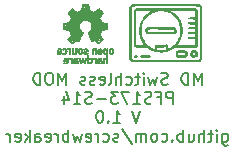
<source format=gbr>
%TF.GenerationSoftware,KiCad,Pcbnew,6.0.6-3a73a75311~116~ubuntu20.04.1*%
%TF.CreationDate,2022-07-03T10:11:38+02:00*%
%TF.ProjectId,MD_Mod,4d445f4d-6f64-42e6-9b69-6361645f7063,rev?*%
%TF.SameCoordinates,Original*%
%TF.FileFunction,Legend,Bot*%
%TF.FilePolarity,Positive*%
%FSLAX46Y46*%
G04 Gerber Fmt 4.6, Leading zero omitted, Abs format (unit mm)*
G04 Created by KiCad (PCBNEW 6.0.6-3a73a75311~116~ubuntu20.04.1) date 2022-07-03 10:11:38*
%MOMM*%
%LPD*%
G01*
G04 APERTURE LIST*
%ADD10C,0.150000*%
%ADD11C,0.010000*%
G04 APERTURE END LIST*
D10*
X154288238Y-102558380D02*
X154288238Y-101558380D01*
X153954904Y-102272666D01*
X153621571Y-101558380D01*
X153621571Y-102558380D01*
X153145380Y-102558380D02*
X153145380Y-101558380D01*
X152907285Y-101558380D01*
X152764428Y-101606000D01*
X152669190Y-101701238D01*
X152621571Y-101796476D01*
X152573952Y-101986952D01*
X152573952Y-102129809D01*
X152621571Y-102320285D01*
X152669190Y-102415523D01*
X152764428Y-102510761D01*
X152907285Y-102558380D01*
X153145380Y-102558380D01*
X151431095Y-102510761D02*
X151288238Y-102558380D01*
X151050142Y-102558380D01*
X150954904Y-102510761D01*
X150907285Y-102463142D01*
X150859666Y-102367904D01*
X150859666Y-102272666D01*
X150907285Y-102177428D01*
X150954904Y-102129809D01*
X151050142Y-102082190D01*
X151240619Y-102034571D01*
X151335857Y-101986952D01*
X151383476Y-101939333D01*
X151431095Y-101844095D01*
X151431095Y-101748857D01*
X151383476Y-101653619D01*
X151335857Y-101606000D01*
X151240619Y-101558380D01*
X151002523Y-101558380D01*
X150859666Y-101606000D01*
X150526333Y-101891714D02*
X150335857Y-102558380D01*
X150145380Y-102082190D01*
X149954904Y-102558380D01*
X149764428Y-101891714D01*
X149383476Y-102558380D02*
X149383476Y-101891714D01*
X149383476Y-101558380D02*
X149431095Y-101606000D01*
X149383476Y-101653619D01*
X149335857Y-101606000D01*
X149383476Y-101558380D01*
X149383476Y-101653619D01*
X149050142Y-101891714D02*
X148669190Y-101891714D01*
X148907285Y-101558380D02*
X148907285Y-102415523D01*
X148859666Y-102510761D01*
X148764428Y-102558380D01*
X148669190Y-102558380D01*
X147907285Y-102510761D02*
X148002523Y-102558380D01*
X148193000Y-102558380D01*
X148288238Y-102510761D01*
X148335857Y-102463142D01*
X148383476Y-102367904D01*
X148383476Y-102082190D01*
X148335857Y-101986952D01*
X148288238Y-101939333D01*
X148193000Y-101891714D01*
X148002523Y-101891714D01*
X147907285Y-101939333D01*
X147478714Y-102558380D02*
X147478714Y-101558380D01*
X147050142Y-102558380D02*
X147050142Y-102034571D01*
X147097761Y-101939333D01*
X147193000Y-101891714D01*
X147335857Y-101891714D01*
X147431095Y-101939333D01*
X147478714Y-101986952D01*
X146431095Y-102558380D02*
X146526333Y-102510761D01*
X146573952Y-102415523D01*
X146573952Y-101558380D01*
X145669190Y-102510761D02*
X145764428Y-102558380D01*
X145954904Y-102558380D01*
X146050142Y-102510761D01*
X146097761Y-102415523D01*
X146097761Y-102034571D01*
X146050142Y-101939333D01*
X145954904Y-101891714D01*
X145764428Y-101891714D01*
X145669190Y-101939333D01*
X145621571Y-102034571D01*
X145621571Y-102129809D01*
X146097761Y-102225047D01*
X145240619Y-102510761D02*
X145145380Y-102558380D01*
X144954904Y-102558380D01*
X144859666Y-102510761D01*
X144812047Y-102415523D01*
X144812047Y-102367904D01*
X144859666Y-102272666D01*
X144954904Y-102225047D01*
X145097761Y-102225047D01*
X145193000Y-102177428D01*
X145240619Y-102082190D01*
X145240619Y-102034571D01*
X145193000Y-101939333D01*
X145097761Y-101891714D01*
X144954904Y-101891714D01*
X144859666Y-101939333D01*
X144431095Y-102510761D02*
X144335857Y-102558380D01*
X144145380Y-102558380D01*
X144050142Y-102510761D01*
X144002523Y-102415523D01*
X144002523Y-102367904D01*
X144050142Y-102272666D01*
X144145380Y-102225047D01*
X144288238Y-102225047D01*
X144383476Y-102177428D01*
X144431095Y-102082190D01*
X144431095Y-102034571D01*
X144383476Y-101939333D01*
X144288238Y-101891714D01*
X144145380Y-101891714D01*
X144050142Y-101939333D01*
X142812047Y-102558380D02*
X142812047Y-101558380D01*
X142478714Y-102272666D01*
X142145380Y-101558380D01*
X142145380Y-102558380D01*
X141478714Y-101558380D02*
X141288238Y-101558380D01*
X141193000Y-101606000D01*
X141097761Y-101701238D01*
X141050142Y-101891714D01*
X141050142Y-102225047D01*
X141097761Y-102415523D01*
X141193000Y-102510761D01*
X141288238Y-102558380D01*
X141478714Y-102558380D01*
X141573952Y-102510761D01*
X141669190Y-102415523D01*
X141716809Y-102225047D01*
X141716809Y-101891714D01*
X141669190Y-101701238D01*
X141573952Y-101606000D01*
X141478714Y-101558380D01*
X140621571Y-102558380D02*
X140621571Y-101558380D01*
X140383476Y-101558380D01*
X140240619Y-101606000D01*
X140145380Y-101701238D01*
X140097761Y-101796476D01*
X140050142Y-101986952D01*
X140050142Y-102129809D01*
X140097761Y-102320285D01*
X140145380Y-102415523D01*
X140240619Y-102510761D01*
X140383476Y-102558380D01*
X140621571Y-102558380D01*
X151835857Y-104168380D02*
X151835857Y-103168380D01*
X151454904Y-103168380D01*
X151359666Y-103216000D01*
X151312047Y-103263619D01*
X151264428Y-103358857D01*
X151264428Y-103501714D01*
X151312047Y-103596952D01*
X151359666Y-103644571D01*
X151454904Y-103692190D01*
X151835857Y-103692190D01*
X150502523Y-103644571D02*
X150835857Y-103644571D01*
X150835857Y-104168380D02*
X150835857Y-103168380D01*
X150359666Y-103168380D01*
X150026333Y-104120761D02*
X149883476Y-104168380D01*
X149645380Y-104168380D01*
X149550142Y-104120761D01*
X149502523Y-104073142D01*
X149454904Y-103977904D01*
X149454904Y-103882666D01*
X149502523Y-103787428D01*
X149550142Y-103739809D01*
X149645380Y-103692190D01*
X149835857Y-103644571D01*
X149931095Y-103596952D01*
X149978714Y-103549333D01*
X150026333Y-103454095D01*
X150026333Y-103358857D01*
X149978714Y-103263619D01*
X149931095Y-103216000D01*
X149835857Y-103168380D01*
X149597761Y-103168380D01*
X149454904Y-103216000D01*
X148502523Y-104168380D02*
X149073952Y-104168380D01*
X148788238Y-104168380D02*
X148788238Y-103168380D01*
X148883476Y-103311238D01*
X148978714Y-103406476D01*
X149073952Y-103454095D01*
X148169190Y-103168380D02*
X147502523Y-103168380D01*
X147931095Y-104168380D01*
X147216809Y-103168380D02*
X146597761Y-103168380D01*
X146931095Y-103549333D01*
X146788238Y-103549333D01*
X146693000Y-103596952D01*
X146645380Y-103644571D01*
X146597761Y-103739809D01*
X146597761Y-103977904D01*
X146645380Y-104073142D01*
X146693000Y-104120761D01*
X146788238Y-104168380D01*
X147073952Y-104168380D01*
X147169190Y-104120761D01*
X147216809Y-104073142D01*
X146169190Y-103787428D02*
X145407285Y-103787428D01*
X144978714Y-104120761D02*
X144835857Y-104168380D01*
X144597761Y-104168380D01*
X144502523Y-104120761D01*
X144454904Y-104073142D01*
X144407285Y-103977904D01*
X144407285Y-103882666D01*
X144454904Y-103787428D01*
X144502523Y-103739809D01*
X144597761Y-103692190D01*
X144788238Y-103644571D01*
X144883476Y-103596952D01*
X144931095Y-103549333D01*
X144978714Y-103454095D01*
X144978714Y-103358857D01*
X144931095Y-103263619D01*
X144883476Y-103216000D01*
X144788238Y-103168380D01*
X144550142Y-103168380D01*
X144407285Y-103216000D01*
X143454904Y-104168380D02*
X144026333Y-104168380D01*
X143740619Y-104168380D02*
X143740619Y-103168380D01*
X143835857Y-103311238D01*
X143931095Y-103406476D01*
X144026333Y-103454095D01*
X142597761Y-103501714D02*
X142597761Y-104168380D01*
X142835857Y-103120761D02*
X143073952Y-103835047D01*
X142454904Y-103835047D01*
X149097761Y-104778380D02*
X148764428Y-105778380D01*
X148431095Y-104778380D01*
X146812047Y-105778380D02*
X147383476Y-105778380D01*
X147097761Y-105778380D02*
X147097761Y-104778380D01*
X147193000Y-104921238D01*
X147288238Y-105016476D01*
X147383476Y-105064095D01*
X146383476Y-105683142D02*
X146335857Y-105730761D01*
X146383476Y-105778380D01*
X146431095Y-105730761D01*
X146383476Y-105683142D01*
X146383476Y-105778380D01*
X145716809Y-104778380D02*
X145621571Y-104778380D01*
X145526333Y-104826000D01*
X145478714Y-104873619D01*
X145431095Y-104968857D01*
X145383476Y-105159333D01*
X145383476Y-105397428D01*
X145431095Y-105587904D01*
X145478714Y-105683142D01*
X145526333Y-105730761D01*
X145621571Y-105778380D01*
X145716809Y-105778380D01*
X145812047Y-105730761D01*
X145859666Y-105683142D01*
X145907285Y-105587904D01*
X145954904Y-105397428D01*
X145954904Y-105159333D01*
X145907285Y-104968857D01*
X145859666Y-104873619D01*
X145812047Y-104826000D01*
X145716809Y-104778380D01*
X156050142Y-106721714D02*
X156050142Y-107531238D01*
X156097761Y-107626476D01*
X156145380Y-107674095D01*
X156240619Y-107721714D01*
X156383476Y-107721714D01*
X156478714Y-107674095D01*
X156050142Y-107340761D02*
X156145380Y-107388380D01*
X156335857Y-107388380D01*
X156431095Y-107340761D01*
X156478714Y-107293142D01*
X156526333Y-107197904D01*
X156526333Y-106912190D01*
X156478714Y-106816952D01*
X156431095Y-106769333D01*
X156335857Y-106721714D01*
X156145380Y-106721714D01*
X156050142Y-106769333D01*
X155573952Y-107388380D02*
X155573952Y-106721714D01*
X155573952Y-106388380D02*
X155621571Y-106436000D01*
X155573952Y-106483619D01*
X155526333Y-106436000D01*
X155573952Y-106388380D01*
X155573952Y-106483619D01*
X155240619Y-106721714D02*
X154859666Y-106721714D01*
X155097761Y-106388380D02*
X155097761Y-107245523D01*
X155050142Y-107340761D01*
X154954904Y-107388380D01*
X154859666Y-107388380D01*
X154526333Y-107388380D02*
X154526333Y-106388380D01*
X154097761Y-107388380D02*
X154097761Y-106864571D01*
X154145380Y-106769333D01*
X154240619Y-106721714D01*
X154383476Y-106721714D01*
X154478714Y-106769333D01*
X154526333Y-106816952D01*
X153193000Y-106721714D02*
X153193000Y-107388380D01*
X153621571Y-106721714D02*
X153621571Y-107245523D01*
X153573952Y-107340761D01*
X153478714Y-107388380D01*
X153335857Y-107388380D01*
X153240619Y-107340761D01*
X153193000Y-107293142D01*
X152716809Y-107388380D02*
X152716809Y-106388380D01*
X152716809Y-106769333D02*
X152621571Y-106721714D01*
X152431095Y-106721714D01*
X152335857Y-106769333D01*
X152288238Y-106816952D01*
X152240619Y-106912190D01*
X152240619Y-107197904D01*
X152288238Y-107293142D01*
X152335857Y-107340761D01*
X152431095Y-107388380D01*
X152621571Y-107388380D01*
X152716809Y-107340761D01*
X151812047Y-107293142D02*
X151764428Y-107340761D01*
X151812047Y-107388380D01*
X151859666Y-107340761D01*
X151812047Y-107293142D01*
X151812047Y-107388380D01*
X150907285Y-107340761D02*
X151002523Y-107388380D01*
X151193000Y-107388380D01*
X151288238Y-107340761D01*
X151335857Y-107293142D01*
X151383476Y-107197904D01*
X151383476Y-106912190D01*
X151335857Y-106816952D01*
X151288238Y-106769333D01*
X151193000Y-106721714D01*
X151002523Y-106721714D01*
X150907285Y-106769333D01*
X150335857Y-107388380D02*
X150431095Y-107340761D01*
X150478714Y-107293142D01*
X150526333Y-107197904D01*
X150526333Y-106912190D01*
X150478714Y-106816952D01*
X150431095Y-106769333D01*
X150335857Y-106721714D01*
X150193000Y-106721714D01*
X150097761Y-106769333D01*
X150050142Y-106816952D01*
X150002523Y-106912190D01*
X150002523Y-107197904D01*
X150050142Y-107293142D01*
X150097761Y-107340761D01*
X150193000Y-107388380D01*
X150335857Y-107388380D01*
X149573952Y-107388380D02*
X149573952Y-106721714D01*
X149573952Y-106816952D02*
X149526333Y-106769333D01*
X149431095Y-106721714D01*
X149288238Y-106721714D01*
X149193000Y-106769333D01*
X149145380Y-106864571D01*
X149145380Y-107388380D01*
X149145380Y-106864571D02*
X149097761Y-106769333D01*
X149002523Y-106721714D01*
X148859666Y-106721714D01*
X148764428Y-106769333D01*
X148716809Y-106864571D01*
X148716809Y-107388380D01*
X147526333Y-106340761D02*
X148383476Y-107626476D01*
X147240619Y-107340761D02*
X147145380Y-107388380D01*
X146954904Y-107388380D01*
X146859666Y-107340761D01*
X146812047Y-107245523D01*
X146812047Y-107197904D01*
X146859666Y-107102666D01*
X146954904Y-107055047D01*
X147097761Y-107055047D01*
X147193000Y-107007428D01*
X147240619Y-106912190D01*
X147240619Y-106864571D01*
X147193000Y-106769333D01*
X147097761Y-106721714D01*
X146954904Y-106721714D01*
X146859666Y-106769333D01*
X145954904Y-107340761D02*
X146050142Y-107388380D01*
X146240619Y-107388380D01*
X146335857Y-107340761D01*
X146383476Y-107293142D01*
X146431095Y-107197904D01*
X146431095Y-106912190D01*
X146383476Y-106816952D01*
X146335857Y-106769333D01*
X146240619Y-106721714D01*
X146050142Y-106721714D01*
X145954904Y-106769333D01*
X145526333Y-107388380D02*
X145526333Y-106721714D01*
X145526333Y-106912190D02*
X145478714Y-106816952D01*
X145431095Y-106769333D01*
X145335857Y-106721714D01*
X145240619Y-106721714D01*
X144526333Y-107340761D02*
X144621571Y-107388380D01*
X144812047Y-107388380D01*
X144907285Y-107340761D01*
X144954904Y-107245523D01*
X144954904Y-106864571D01*
X144907285Y-106769333D01*
X144812047Y-106721714D01*
X144621571Y-106721714D01*
X144526333Y-106769333D01*
X144478714Y-106864571D01*
X144478714Y-106959809D01*
X144954904Y-107055047D01*
X144145380Y-106721714D02*
X143954904Y-107388380D01*
X143764428Y-106912190D01*
X143573952Y-107388380D01*
X143383476Y-106721714D01*
X143002523Y-107388380D02*
X143002523Y-106388380D01*
X143002523Y-106769333D02*
X142907285Y-106721714D01*
X142716809Y-106721714D01*
X142621571Y-106769333D01*
X142573952Y-106816952D01*
X142526333Y-106912190D01*
X142526333Y-107197904D01*
X142573952Y-107293142D01*
X142621571Y-107340761D01*
X142716809Y-107388380D01*
X142907285Y-107388380D01*
X143002523Y-107340761D01*
X142097761Y-107388380D02*
X142097761Y-106721714D01*
X142097761Y-106912190D02*
X142050142Y-106816952D01*
X142002523Y-106769333D01*
X141907285Y-106721714D01*
X141812047Y-106721714D01*
X141097761Y-107340761D02*
X141193000Y-107388380D01*
X141383476Y-107388380D01*
X141478714Y-107340761D01*
X141526333Y-107245523D01*
X141526333Y-106864571D01*
X141478714Y-106769333D01*
X141383476Y-106721714D01*
X141193000Y-106721714D01*
X141097761Y-106769333D01*
X141050142Y-106864571D01*
X141050142Y-106959809D01*
X141526333Y-107055047D01*
X140193000Y-107388380D02*
X140193000Y-106864571D01*
X140240619Y-106769333D01*
X140335857Y-106721714D01*
X140526333Y-106721714D01*
X140621571Y-106769333D01*
X140193000Y-107340761D02*
X140288238Y-107388380D01*
X140526333Y-107388380D01*
X140621571Y-107340761D01*
X140669190Y-107245523D01*
X140669190Y-107150285D01*
X140621571Y-107055047D01*
X140526333Y-107007428D01*
X140288238Y-107007428D01*
X140193000Y-106959809D01*
X139716809Y-107388380D02*
X139716809Y-106388380D01*
X139621571Y-107007428D02*
X139335857Y-107388380D01*
X139335857Y-106721714D02*
X139716809Y-107102666D01*
X138526333Y-107340761D02*
X138621571Y-107388380D01*
X138812047Y-107388380D01*
X138907285Y-107340761D01*
X138954904Y-107245523D01*
X138954904Y-106864571D01*
X138907285Y-106769333D01*
X138812047Y-106721714D01*
X138621571Y-106721714D01*
X138526333Y-106769333D01*
X138478714Y-106864571D01*
X138478714Y-106959809D01*
X138954904Y-107055047D01*
X138050142Y-107388380D02*
X138050142Y-106721714D01*
X138050142Y-106912190D02*
X138002523Y-106816952D01*
X137954904Y-106769333D01*
X137859666Y-106721714D01*
X137764428Y-106721714D01*
%TO.C,V2*%
G36*
X143299721Y-100763049D02*
G01*
X143216442Y-100763049D01*
X143216442Y-100590745D01*
X143216055Y-100528635D01*
X143213736Y-100469167D01*
X143208303Y-100430706D01*
X143198610Y-100406210D01*
X143183508Y-100388636D01*
X143144935Y-100367754D01*
X143091925Y-100368347D01*
X143065424Y-100371538D01*
X143034265Y-100366367D01*
X143014878Y-100343486D01*
X143005120Y-100313799D01*
X143019018Y-100294825D01*
X143026884Y-100290639D01*
X143075463Y-100280902D01*
X143131138Y-100285890D01*
X143175784Y-100304486D01*
X143204885Y-100323626D01*
X143224382Y-100326591D01*
X143222466Y-100305016D01*
X143221866Y-100303367D01*
X143225354Y-100285314D01*
X143256300Y-100280032D01*
X143299721Y-100280032D01*
X143299721Y-100763049D01*
G37*
D11*
X143299721Y-100763049D02*
X143216442Y-100763049D01*
X143216442Y-100590745D01*
X143216055Y-100528635D01*
X143213736Y-100469167D01*
X143208303Y-100430706D01*
X143198610Y-100406210D01*
X143183508Y-100388636D01*
X143144935Y-100367754D01*
X143091925Y-100368347D01*
X143065424Y-100371538D01*
X143034265Y-100366367D01*
X143014878Y-100343486D01*
X143005120Y-100313799D01*
X143019018Y-100294825D01*
X143026884Y-100290639D01*
X143075463Y-100280902D01*
X143131138Y-100285890D01*
X143175784Y-100304486D01*
X143204885Y-100323626D01*
X143224382Y-100326591D01*
X143222466Y-100305016D01*
X143221866Y-100303367D01*
X143225354Y-100285314D01*
X143256300Y-100280032D01*
X143299721Y-100280032D01*
X143299721Y-100763049D01*
G36*
X144970235Y-100676952D02*
G01*
X144943557Y-100725573D01*
X144928860Y-100739514D01*
X144890286Y-100757889D01*
X144832477Y-100763049D01*
X144810369Y-100762238D01*
X144762583Y-100754841D01*
X144733364Y-100742229D01*
X144714783Y-100729762D01*
X144703661Y-100742229D01*
X144685465Y-100756506D01*
X144648691Y-100763049D01*
X144601356Y-100763049D01*
X144600126Y-100530434D01*
X144698803Y-100530434D01*
X144700592Y-100577789D01*
X144710848Y-100625857D01*
X144732763Y-100659974D01*
X144769493Y-100688130D01*
X144816217Y-100692642D01*
X144867679Y-100664586D01*
X144878864Y-100654734D01*
X144896642Y-100629412D01*
X144904947Y-100592453D01*
X144907000Y-100533089D01*
X144904247Y-100481786D01*
X144886188Y-100415272D01*
X144850697Y-100376128D01*
X144797101Y-100363311D01*
X144772398Y-100366223D01*
X144731289Y-100392702D01*
X144706869Y-100447249D01*
X144698803Y-100530434D01*
X144600126Y-100530434D01*
X144597744Y-100080163D01*
X144698803Y-100080163D01*
X144698803Y-100333831D01*
X144739856Y-100306932D01*
X144752545Y-100299615D01*
X144814022Y-100282262D01*
X144878669Y-100285725D01*
X144931724Y-100309784D01*
X144945939Y-100325088D01*
X144970919Y-100378180D01*
X144986110Y-100449448D01*
X144991240Y-100529355D01*
X144990994Y-100533089D01*
X144986039Y-100608368D01*
X144970235Y-100676952D01*
G37*
X144970235Y-100676952D02*
X144943557Y-100725573D01*
X144928860Y-100739514D01*
X144890286Y-100757889D01*
X144832477Y-100763049D01*
X144810369Y-100762238D01*
X144762583Y-100754841D01*
X144733364Y-100742229D01*
X144714783Y-100729762D01*
X144703661Y-100742229D01*
X144685465Y-100756506D01*
X144648691Y-100763049D01*
X144601356Y-100763049D01*
X144600126Y-100530434D01*
X144698803Y-100530434D01*
X144700592Y-100577789D01*
X144710848Y-100625857D01*
X144732763Y-100659974D01*
X144769493Y-100688130D01*
X144816217Y-100692642D01*
X144867679Y-100664586D01*
X144878864Y-100654734D01*
X144896642Y-100629412D01*
X144904947Y-100592453D01*
X144907000Y-100533089D01*
X144904247Y-100481786D01*
X144886188Y-100415272D01*
X144850697Y-100376128D01*
X144797101Y-100363311D01*
X144772398Y-100366223D01*
X144731289Y-100392702D01*
X144706869Y-100447249D01*
X144698803Y-100530434D01*
X144600126Y-100530434D01*
X144597744Y-100080163D01*
X144698803Y-100080163D01*
X144698803Y-100333831D01*
X144739856Y-100306932D01*
X144752545Y-100299615D01*
X144814022Y-100282262D01*
X144878669Y-100285725D01*
X144931724Y-100309784D01*
X144945939Y-100325088D01*
X144970919Y-100378180D01*
X144986110Y-100449448D01*
X144991240Y-100529355D01*
X144990994Y-100533089D01*
X144986039Y-100608368D01*
X144970235Y-100676952D01*
G36*
X145670314Y-96986981D02*
G01*
X145690774Y-97037174D01*
X145727706Y-97124287D01*
X145756797Y-97186268D01*
X145780352Y-97227378D01*
X145800671Y-97251875D01*
X145820058Y-97264019D01*
X145835813Y-97268657D01*
X145882890Y-97279309D01*
X145948294Y-97292085D01*
X146022934Y-97305143D01*
X146067677Y-97312590D01*
X146140277Y-97324924D01*
X146199380Y-97335272D01*
X146235295Y-97341954D01*
X146281098Y-97351269D01*
X146281098Y-97598000D01*
X146281071Y-97604328D01*
X146280838Y-97660550D01*
X146278995Y-97746870D01*
X146275142Y-97805319D01*
X146268997Y-97839348D01*
X146260279Y-97852407D01*
X146259334Y-97852728D01*
X146232974Y-97859049D01*
X146181506Y-97869767D01*
X146111934Y-97883463D01*
X146031262Y-97898722D01*
X146023459Y-97900180D01*
X145943577Y-97916272D01*
X145875585Y-97931975D01*
X145826465Y-97945557D01*
X145803202Y-97955287D01*
X145794029Y-97969668D01*
X145774564Y-98009778D01*
X145749301Y-98067056D01*
X145721444Y-98133637D01*
X145694199Y-98201655D01*
X145670770Y-98263247D01*
X145654362Y-98310547D01*
X145648180Y-98335692D01*
X145649288Y-98339175D01*
X145664063Y-98365612D01*
X145693358Y-98412148D01*
X145733750Y-98473443D01*
X145781816Y-98544155D01*
X145915451Y-98738026D01*
X145758695Y-98895317D01*
X145744638Y-98909423D01*
X145719042Y-98934917D01*
X145659789Y-98992431D01*
X145609951Y-99038727D01*
X145574141Y-99069594D01*
X145556969Y-99080819D01*
X145554209Y-99080127D01*
X145528484Y-99066605D01*
X145482463Y-99038448D01*
X145421678Y-98999122D01*
X145351660Y-98952096D01*
X145166433Y-98825577D01*
X145400074Y-98825577D01*
X145428149Y-98880756D01*
X145428374Y-98881032D01*
X145465211Y-98905682D01*
X145520737Y-98922382D01*
X145580869Y-98928358D01*
X145631524Y-98920834D01*
X145642784Y-98916776D01*
X145677027Y-98905252D01*
X145688062Y-98895317D01*
X145683990Y-98862236D01*
X145672145Y-98841617D01*
X145645840Y-98828379D01*
X145596848Y-98824122D01*
X145576515Y-98823091D01*
X145535414Y-98816416D01*
X145515456Y-98806000D01*
X145518422Y-98796825D01*
X145543316Y-98775942D01*
X145585836Y-98752223D01*
X145598384Y-98746039D01*
X145651088Y-98710773D01*
X145674563Y-98673108D01*
X145678054Y-98608646D01*
X145653622Y-98558160D01*
X145603350Y-98525884D01*
X145529711Y-98514524D01*
X145523467Y-98514590D01*
X145465472Y-98523762D01*
X145431980Y-98546721D01*
X145426794Y-98581010D01*
X145435052Y-98599209D01*
X145457539Y-98610122D01*
X145502612Y-98610376D01*
X145519651Y-98609724D01*
X145563281Y-98615149D01*
X145576263Y-98630653D01*
X145558318Y-98653257D01*
X145509165Y-98679985D01*
X145502644Y-98682859D01*
X145438608Y-98723440D01*
X145403989Y-98772076D01*
X145400074Y-98825577D01*
X145166433Y-98825577D01*
X145163206Y-98823373D01*
X145072740Y-98872310D01*
X145037336Y-98890155D01*
X144990849Y-98907163D01*
X144966977Y-98905262D01*
X144959362Y-98891516D01*
X144940200Y-98850145D01*
X144911933Y-98785795D01*
X144876431Y-98702797D01*
X144835566Y-98605484D01*
X144791208Y-98498190D01*
X144630736Y-98107101D01*
X144677261Y-98073492D01*
X144730881Y-98032236D01*
X144823642Y-97942243D01*
X144891086Y-97845023D01*
X144902755Y-97823289D01*
X144922385Y-97779806D01*
X144933603Y-97736709D01*
X144938714Y-97682776D01*
X144940022Y-97606786D01*
X144939457Y-97567813D01*
X144935626Y-97532220D01*
X145898016Y-97532220D01*
X145898518Y-97547355D01*
X145916174Y-97610049D01*
X145959745Y-97652323D01*
X146030141Y-97675162D01*
X146041179Y-97676988D01*
X146078458Y-97687113D01*
X146095004Y-97706730D01*
X146101162Y-97746183D01*
X146103384Y-97765481D01*
X146115417Y-97799079D01*
X146140210Y-97811522D01*
X146161557Y-97812188D01*
X146186013Y-97804582D01*
X146190205Y-97788050D01*
X146194152Y-97744188D01*
X146196832Y-97680549D01*
X146197820Y-97604328D01*
X146197698Y-97535290D01*
X146196507Y-97476744D01*
X146192953Y-97440503D01*
X146185742Y-97420523D01*
X146173580Y-97410762D01*
X146155174Y-97405177D01*
X146137118Y-97401783D01*
X146068320Y-97401372D01*
X145996385Y-97414742D01*
X145939021Y-97439113D01*
X145923686Y-97450717D01*
X145903437Y-97482201D01*
X145898016Y-97532220D01*
X144935626Y-97532220D01*
X144928065Y-97461967D01*
X144898832Y-97374320D01*
X144847561Y-97295188D01*
X144770050Y-97214890D01*
X144697201Y-97156813D01*
X144606156Y-97110025D01*
X144504854Y-97087301D01*
X144384453Y-97085678D01*
X144327048Y-97090956D01*
X144227646Y-97113551D01*
X144142963Y-97155810D01*
X144062260Y-97222285D01*
X143991486Y-97303671D01*
X143928644Y-97415200D01*
X143896355Y-97532106D01*
X143895005Y-97605716D01*
X143894174Y-97651080D01*
X143921657Y-97768813D01*
X143978360Y-97881996D01*
X144063838Y-97987320D01*
X144177646Y-98081475D01*
X144214157Y-98106459D01*
X144089299Y-98406262D01*
X144076567Y-98436864D01*
X144020207Y-98572854D01*
X143975035Y-98681549D01*
X143971163Y-98690636D01*
X143939212Y-98765621D01*
X143910899Y-98827741D01*
X143888257Y-98870582D01*
X143869449Y-98896817D01*
X143852635Y-98909118D01*
X143835976Y-98910156D01*
X143817634Y-98902605D01*
X143795770Y-98889136D01*
X143768546Y-98872422D01*
X143742815Y-98858166D01*
X143703984Y-98838641D01*
X143683116Y-98830983D01*
X143681317Y-98831446D01*
X143658102Y-98844063D01*
X143614180Y-98871334D01*
X143555044Y-98909774D01*
X143486186Y-98955901D01*
X143470403Y-98966583D01*
X143403083Y-99011329D01*
X143346585Y-99047609D01*
X143306438Y-99071935D01*
X143288171Y-99080819D01*
X143283906Y-99078726D01*
X143259248Y-99058674D01*
X143217720Y-99020776D01*
X143163830Y-98969217D01*
X143102092Y-98908182D01*
X143067096Y-98873066D01*
X143170622Y-98873066D01*
X143180028Y-98901165D01*
X143187797Y-98907012D01*
X143229265Y-98920185D01*
X143286298Y-98924748D01*
X143346160Y-98920373D01*
X143396115Y-98906731D01*
X143421517Y-98891891D01*
X143466879Y-98840303D01*
X143491510Y-98770608D01*
X143491938Y-98690636D01*
X143477335Y-98635279D01*
X143435676Y-98569568D01*
X143372737Y-98528629D01*
X143290871Y-98514524D01*
X143250253Y-98516981D01*
X143199573Y-98531770D01*
X143175502Y-98558087D01*
X143180991Y-98593804D01*
X143188771Y-98606538D01*
X143210580Y-98620751D01*
X143247857Y-98615003D01*
X143276281Y-98609126D01*
X143329402Y-98615985D01*
X143364342Y-98650531D01*
X143379854Y-98711850D01*
X143379539Y-98766923D01*
X143363475Y-98808095D01*
X143326173Y-98826644D01*
X143263228Y-98826914D01*
X143252712Y-98825948D01*
X143207900Y-98824538D01*
X143184671Y-98832271D01*
X143173485Y-98851793D01*
X143170622Y-98873066D01*
X143067096Y-98873066D01*
X142930042Y-98735544D01*
X143066674Y-98535984D01*
X143203305Y-98336423D01*
X143134237Y-98163019D01*
X143109954Y-98102794D01*
X143083413Y-98038767D01*
X143062815Y-97991098D01*
X143051264Y-97967116D01*
X143030737Y-97955400D01*
X142984030Y-97939735D01*
X142918042Y-97922263D01*
X142839589Y-97904984D01*
X142762363Y-97889409D01*
X142690310Y-97874685D01*
X142634979Y-97863169D01*
X142604344Y-97856506D01*
X142595680Y-97854215D01*
X142583741Y-97847715D01*
X142575660Y-97833714D01*
X142570685Y-97807051D01*
X142568063Y-97762563D01*
X142567042Y-97695089D01*
X142567033Y-97689975D01*
X142649151Y-97689975D01*
X142662147Y-97739164D01*
X142693821Y-97776208D01*
X142727039Y-97790177D01*
X142783909Y-97802957D01*
X142848026Y-97810650D01*
X142906338Y-97811773D01*
X142945787Y-97804842D01*
X142953894Y-97794067D01*
X142961182Y-97759114D01*
X142965307Y-97697408D01*
X142966606Y-97605716D01*
X142966477Y-97534660D01*
X142965262Y-97476391D01*
X142961684Y-97440326D01*
X142954463Y-97420449D01*
X142942320Y-97410739D01*
X142923976Y-97405180D01*
X142867948Y-97399166D01*
X142801771Y-97404325D01*
X142741019Y-97418944D01*
X142699439Y-97440841D01*
X142691270Y-97449572D01*
X142671181Y-97492154D01*
X142668232Y-97539379D01*
X142684165Y-97575846D01*
X142691571Y-97590501D01*
X142675837Y-97614528D01*
X142656311Y-97641905D01*
X142649151Y-97689975D01*
X142567033Y-97689975D01*
X142566869Y-97599465D01*
X142566869Y-97351269D01*
X142612672Y-97342363D01*
X142643585Y-97336509D01*
X142700707Y-97325871D01*
X142774344Y-97312260D01*
X142856074Y-97297237D01*
X143053672Y-97261017D01*
X143086714Y-97184065D01*
X143107692Y-97135861D01*
X143138434Y-97066331D01*
X143169284Y-96997467D01*
X143218812Y-96887820D01*
X143076053Y-96682164D01*
X143050987Y-96645902D01*
X143004469Y-96577714D01*
X142967138Y-96521787D01*
X142957633Y-96506987D01*
X143133164Y-96506987D01*
X143140966Y-96585512D01*
X143167768Y-96645533D01*
X143216268Y-96687968D01*
X143219587Y-96689849D01*
X143281948Y-96709198D01*
X143373606Y-96715704D01*
X143483991Y-96715704D01*
X143479299Y-96520000D01*
X143474606Y-96324295D01*
X143352473Y-96324295D01*
X143320641Y-96324411D01*
X143268163Y-96326656D01*
X143234306Y-96334290D01*
X143208894Y-96350553D01*
X143181752Y-96378689D01*
X143164395Y-96399660D01*
X143139735Y-96447343D01*
X143133164Y-96506987D01*
X142957633Y-96506987D01*
X142942308Y-96483123D01*
X142933295Y-96466727D01*
X142935670Y-96462750D01*
X142956248Y-96439016D01*
X142994541Y-96398260D01*
X143046404Y-96344848D01*
X143107690Y-96283144D01*
X143282085Y-96109343D01*
X143495519Y-96254895D01*
X143708953Y-96400448D01*
X143816632Y-96359596D01*
X143871716Y-96338140D01*
X143942216Y-96309424D01*
X143998772Y-96285068D01*
X144073233Y-96251392D01*
X144073643Y-96249344D01*
X144197393Y-96249344D01*
X144248229Y-96249344D01*
X144253178Y-96249324D01*
X144284128Y-96245420D01*
X144297311Y-96227883D01*
X144301036Y-96186885D01*
X144301118Y-96184485D01*
X144305676Y-96127170D01*
X144313528Y-96076033D01*
X144319869Y-96051015D01*
X144326639Y-96045870D01*
X144337095Y-96065604D01*
X144354869Y-96113508D01*
X144355148Y-96114283D01*
X144376853Y-96166110D01*
X144397327Y-96192198D01*
X144421903Y-96199377D01*
X144425106Y-96199276D01*
X144449427Y-96189492D01*
X144473376Y-96159568D01*
X144501876Y-96103606D01*
X144545635Y-96007836D01*
X144548901Y-96249344D01*
X144653127Y-96249344D01*
X144641707Y-96078622D01*
X144640604Y-96062232D01*
X144634214Y-95975765D01*
X144627690Y-95916589D01*
X144619333Y-95879544D01*
X144607443Y-95859472D01*
X144590322Y-95851213D01*
X144566269Y-95849606D01*
X144534928Y-95854608D01*
X144510796Y-95875531D01*
X144486286Y-95920393D01*
X144477755Y-95939110D01*
X144455759Y-95990901D01*
X144441223Y-96030126D01*
X144439918Y-96034156D01*
X144432107Y-96048042D01*
X144421481Y-96042752D01*
X144404631Y-96014459D01*
X144378149Y-95959339D01*
X144376851Y-95956549D01*
X144348994Y-95900026D01*
X144327508Y-95867688D01*
X144306620Y-95853045D01*
X144280558Y-95849606D01*
X144269259Y-95849879D01*
X144250919Y-95853934D01*
X144237672Y-95866751D01*
X144228107Y-95893228D01*
X144220813Y-95938264D01*
X144214379Y-96006758D01*
X144207394Y-96103606D01*
X144197393Y-96249344D01*
X144073643Y-96249344D01*
X144123690Y-95999417D01*
X144133921Y-95949585D01*
X144151507Y-95869659D01*
X144167084Y-95805812D01*
X144179259Y-95763594D01*
X144186639Y-95748556D01*
X144190659Y-95748711D01*
X144221785Y-95749089D01*
X144277561Y-95749394D01*
X144351680Y-95749598D01*
X144437833Y-95749672D01*
X144676535Y-95749672D01*
X144714997Y-95978688D01*
X144719145Y-96003075D01*
X144734101Y-96086314D01*
X144748042Y-96157264D01*
X144759565Y-96209055D01*
X144767268Y-96234818D01*
X144783476Y-96249344D01*
X144784646Y-96250393D01*
X144826641Y-96274333D01*
X144884952Y-96302027D01*
X144951882Y-96330391D01*
X145019734Y-96356343D01*
X145080809Y-96376797D01*
X145127410Y-96388671D01*
X145151839Y-96388880D01*
X145154685Y-96387062D01*
X145181616Y-96368990D01*
X145228767Y-96336802D01*
X145290394Y-96294431D01*
X145360756Y-96245809D01*
X145380436Y-96232226D01*
X145447592Y-96186651D01*
X145503646Y-96149780D01*
X145543217Y-96125099D01*
X145560923Y-96116098D01*
X145564967Y-96118159D01*
X145589175Y-96138131D01*
X145630324Y-96175947D01*
X145683929Y-96227420D01*
X145745505Y-96288365D01*
X145917186Y-96460632D01*
X145772833Y-96672068D01*
X145743041Y-96715704D01*
X145628479Y-96883503D01*
X145670314Y-96986981D01*
G37*
X145670314Y-96986981D02*
X145690774Y-97037174D01*
X145727706Y-97124287D01*
X145756797Y-97186268D01*
X145780352Y-97227378D01*
X145800671Y-97251875D01*
X145820058Y-97264019D01*
X145835813Y-97268657D01*
X145882890Y-97279309D01*
X145948294Y-97292085D01*
X146022934Y-97305143D01*
X146067677Y-97312590D01*
X146140277Y-97324924D01*
X146199380Y-97335272D01*
X146235295Y-97341954D01*
X146281098Y-97351269D01*
X146281098Y-97598000D01*
X146281071Y-97604328D01*
X146280838Y-97660550D01*
X146278995Y-97746870D01*
X146275142Y-97805319D01*
X146268997Y-97839348D01*
X146260279Y-97852407D01*
X146259334Y-97852728D01*
X146232974Y-97859049D01*
X146181506Y-97869767D01*
X146111934Y-97883463D01*
X146031262Y-97898722D01*
X146023459Y-97900180D01*
X145943577Y-97916272D01*
X145875585Y-97931975D01*
X145826465Y-97945557D01*
X145803202Y-97955287D01*
X145794029Y-97969668D01*
X145774564Y-98009778D01*
X145749301Y-98067056D01*
X145721444Y-98133637D01*
X145694199Y-98201655D01*
X145670770Y-98263247D01*
X145654362Y-98310547D01*
X145648180Y-98335692D01*
X145649288Y-98339175D01*
X145664063Y-98365612D01*
X145693358Y-98412148D01*
X145733750Y-98473443D01*
X145781816Y-98544155D01*
X145915451Y-98738026D01*
X145758695Y-98895317D01*
X145744638Y-98909423D01*
X145719042Y-98934917D01*
X145659789Y-98992431D01*
X145609951Y-99038727D01*
X145574141Y-99069594D01*
X145556969Y-99080819D01*
X145554209Y-99080127D01*
X145528484Y-99066605D01*
X145482463Y-99038448D01*
X145421678Y-98999122D01*
X145351660Y-98952096D01*
X145166433Y-98825577D01*
X145400074Y-98825577D01*
X145428149Y-98880756D01*
X145428374Y-98881032D01*
X145465211Y-98905682D01*
X145520737Y-98922382D01*
X145580869Y-98928358D01*
X145631524Y-98920834D01*
X145642784Y-98916776D01*
X145677027Y-98905252D01*
X145688062Y-98895317D01*
X145683990Y-98862236D01*
X145672145Y-98841617D01*
X145645840Y-98828379D01*
X145596848Y-98824122D01*
X145576515Y-98823091D01*
X145535414Y-98816416D01*
X145515456Y-98806000D01*
X145518422Y-98796825D01*
X145543316Y-98775942D01*
X145585836Y-98752223D01*
X145598384Y-98746039D01*
X145651088Y-98710773D01*
X145674563Y-98673108D01*
X145678054Y-98608646D01*
X145653622Y-98558160D01*
X145603350Y-98525884D01*
X145529711Y-98514524D01*
X145523467Y-98514590D01*
X145465472Y-98523762D01*
X145431980Y-98546721D01*
X145426794Y-98581010D01*
X145435052Y-98599209D01*
X145457539Y-98610122D01*
X145502612Y-98610376D01*
X145519651Y-98609724D01*
X145563281Y-98615149D01*
X145576263Y-98630653D01*
X145558318Y-98653257D01*
X145509165Y-98679985D01*
X145502644Y-98682859D01*
X145438608Y-98723440D01*
X145403989Y-98772076D01*
X145400074Y-98825577D01*
X145166433Y-98825577D01*
X145163206Y-98823373D01*
X145072740Y-98872310D01*
X145037336Y-98890155D01*
X144990849Y-98907163D01*
X144966977Y-98905262D01*
X144959362Y-98891516D01*
X144940200Y-98850145D01*
X144911933Y-98785795D01*
X144876431Y-98702797D01*
X144835566Y-98605484D01*
X144791208Y-98498190D01*
X144630736Y-98107101D01*
X144677261Y-98073492D01*
X144730881Y-98032236D01*
X144823642Y-97942243D01*
X144891086Y-97845023D01*
X144902755Y-97823289D01*
X144922385Y-97779806D01*
X144933603Y-97736709D01*
X144938714Y-97682776D01*
X144940022Y-97606786D01*
X144939457Y-97567813D01*
X144935626Y-97532220D01*
X145898016Y-97532220D01*
X145898518Y-97547355D01*
X145916174Y-97610049D01*
X145959745Y-97652323D01*
X146030141Y-97675162D01*
X146041179Y-97676988D01*
X146078458Y-97687113D01*
X146095004Y-97706730D01*
X146101162Y-97746183D01*
X146103384Y-97765481D01*
X146115417Y-97799079D01*
X146140210Y-97811522D01*
X146161557Y-97812188D01*
X146186013Y-97804582D01*
X146190205Y-97788050D01*
X146194152Y-97744188D01*
X146196832Y-97680549D01*
X146197820Y-97604328D01*
X146197698Y-97535290D01*
X146196507Y-97476744D01*
X146192953Y-97440503D01*
X146185742Y-97420523D01*
X146173580Y-97410762D01*
X146155174Y-97405177D01*
X146137118Y-97401783D01*
X146068320Y-97401372D01*
X145996385Y-97414742D01*
X145939021Y-97439113D01*
X145923686Y-97450717D01*
X145903437Y-97482201D01*
X145898016Y-97532220D01*
X144935626Y-97532220D01*
X144928065Y-97461967D01*
X144898832Y-97374320D01*
X144847561Y-97295188D01*
X144770050Y-97214890D01*
X144697201Y-97156813D01*
X144606156Y-97110025D01*
X144504854Y-97087301D01*
X144384453Y-97085678D01*
X144327048Y-97090956D01*
X144227646Y-97113551D01*
X144142963Y-97155810D01*
X144062260Y-97222285D01*
X143991486Y-97303671D01*
X143928644Y-97415200D01*
X143896355Y-97532106D01*
X143895005Y-97605716D01*
X143894174Y-97651080D01*
X143921657Y-97768813D01*
X143978360Y-97881996D01*
X144063838Y-97987320D01*
X144177646Y-98081475D01*
X144214157Y-98106459D01*
X144089299Y-98406262D01*
X144076567Y-98436864D01*
X144020207Y-98572854D01*
X143975035Y-98681549D01*
X143971163Y-98690636D01*
X143939212Y-98765621D01*
X143910899Y-98827741D01*
X143888257Y-98870582D01*
X143869449Y-98896817D01*
X143852635Y-98909118D01*
X143835976Y-98910156D01*
X143817634Y-98902605D01*
X143795770Y-98889136D01*
X143768546Y-98872422D01*
X143742815Y-98858166D01*
X143703984Y-98838641D01*
X143683116Y-98830983D01*
X143681317Y-98831446D01*
X143658102Y-98844063D01*
X143614180Y-98871334D01*
X143555044Y-98909774D01*
X143486186Y-98955901D01*
X143470403Y-98966583D01*
X143403083Y-99011329D01*
X143346585Y-99047609D01*
X143306438Y-99071935D01*
X143288171Y-99080819D01*
X143283906Y-99078726D01*
X143259248Y-99058674D01*
X143217720Y-99020776D01*
X143163830Y-98969217D01*
X143102092Y-98908182D01*
X143067096Y-98873066D01*
X143170622Y-98873066D01*
X143180028Y-98901165D01*
X143187797Y-98907012D01*
X143229265Y-98920185D01*
X143286298Y-98924748D01*
X143346160Y-98920373D01*
X143396115Y-98906731D01*
X143421517Y-98891891D01*
X143466879Y-98840303D01*
X143491510Y-98770608D01*
X143491938Y-98690636D01*
X143477335Y-98635279D01*
X143435676Y-98569568D01*
X143372737Y-98528629D01*
X143290871Y-98514524D01*
X143250253Y-98516981D01*
X143199573Y-98531770D01*
X143175502Y-98558087D01*
X143180991Y-98593804D01*
X143188771Y-98606538D01*
X143210580Y-98620751D01*
X143247857Y-98615003D01*
X143276281Y-98609126D01*
X143329402Y-98615985D01*
X143364342Y-98650531D01*
X143379854Y-98711850D01*
X143379539Y-98766923D01*
X143363475Y-98808095D01*
X143326173Y-98826644D01*
X143263228Y-98826914D01*
X143252712Y-98825948D01*
X143207900Y-98824538D01*
X143184671Y-98832271D01*
X143173485Y-98851793D01*
X143170622Y-98873066D01*
X143067096Y-98873066D01*
X142930042Y-98735544D01*
X143066674Y-98535984D01*
X143203305Y-98336423D01*
X143134237Y-98163019D01*
X143109954Y-98102794D01*
X143083413Y-98038767D01*
X143062815Y-97991098D01*
X143051264Y-97967116D01*
X143030737Y-97955400D01*
X142984030Y-97939735D01*
X142918042Y-97922263D01*
X142839589Y-97904984D01*
X142762363Y-97889409D01*
X142690310Y-97874685D01*
X142634979Y-97863169D01*
X142604344Y-97856506D01*
X142595680Y-97854215D01*
X142583741Y-97847715D01*
X142575660Y-97833714D01*
X142570685Y-97807051D01*
X142568063Y-97762563D01*
X142567042Y-97695089D01*
X142567033Y-97689975D01*
X142649151Y-97689975D01*
X142662147Y-97739164D01*
X142693821Y-97776208D01*
X142727039Y-97790177D01*
X142783909Y-97802957D01*
X142848026Y-97810650D01*
X142906338Y-97811773D01*
X142945787Y-97804842D01*
X142953894Y-97794067D01*
X142961182Y-97759114D01*
X142965307Y-97697408D01*
X142966606Y-97605716D01*
X142966477Y-97534660D01*
X142965262Y-97476391D01*
X142961684Y-97440326D01*
X142954463Y-97420449D01*
X142942320Y-97410739D01*
X142923976Y-97405180D01*
X142867948Y-97399166D01*
X142801771Y-97404325D01*
X142741019Y-97418944D01*
X142699439Y-97440841D01*
X142691270Y-97449572D01*
X142671181Y-97492154D01*
X142668232Y-97539379D01*
X142684165Y-97575846D01*
X142691571Y-97590501D01*
X142675837Y-97614528D01*
X142656311Y-97641905D01*
X142649151Y-97689975D01*
X142567033Y-97689975D01*
X142566869Y-97599465D01*
X142566869Y-97351269D01*
X142612672Y-97342363D01*
X142643585Y-97336509D01*
X142700707Y-97325871D01*
X142774344Y-97312260D01*
X142856074Y-97297237D01*
X143053672Y-97261017D01*
X143086714Y-97184065D01*
X143107692Y-97135861D01*
X143138434Y-97066331D01*
X143169284Y-96997467D01*
X143218812Y-96887820D01*
X143076053Y-96682164D01*
X143050987Y-96645902D01*
X143004469Y-96577714D01*
X142967138Y-96521787D01*
X142957633Y-96506987D01*
X143133164Y-96506987D01*
X143140966Y-96585512D01*
X143167768Y-96645533D01*
X143216268Y-96687968D01*
X143219587Y-96689849D01*
X143281948Y-96709198D01*
X143373606Y-96715704D01*
X143483991Y-96715704D01*
X143479299Y-96520000D01*
X143474606Y-96324295D01*
X143352473Y-96324295D01*
X143320641Y-96324411D01*
X143268163Y-96326656D01*
X143234306Y-96334290D01*
X143208894Y-96350553D01*
X143181752Y-96378689D01*
X143164395Y-96399660D01*
X143139735Y-96447343D01*
X143133164Y-96506987D01*
X142957633Y-96506987D01*
X142942308Y-96483123D01*
X142933295Y-96466727D01*
X142935670Y-96462750D01*
X142956248Y-96439016D01*
X142994541Y-96398260D01*
X143046404Y-96344848D01*
X143107690Y-96283144D01*
X143282085Y-96109343D01*
X143495519Y-96254895D01*
X143708953Y-96400448D01*
X143816632Y-96359596D01*
X143871716Y-96338140D01*
X143942216Y-96309424D01*
X143998772Y-96285068D01*
X144073233Y-96251392D01*
X144073643Y-96249344D01*
X144197393Y-96249344D01*
X144248229Y-96249344D01*
X144253178Y-96249324D01*
X144284128Y-96245420D01*
X144297311Y-96227883D01*
X144301036Y-96186885D01*
X144301118Y-96184485D01*
X144305676Y-96127170D01*
X144313528Y-96076033D01*
X144319869Y-96051015D01*
X144326639Y-96045870D01*
X144337095Y-96065604D01*
X144354869Y-96113508D01*
X144355148Y-96114283D01*
X144376853Y-96166110D01*
X144397327Y-96192198D01*
X144421903Y-96199377D01*
X144425106Y-96199276D01*
X144449427Y-96189492D01*
X144473376Y-96159568D01*
X144501876Y-96103606D01*
X144545635Y-96007836D01*
X144548901Y-96249344D01*
X144653127Y-96249344D01*
X144641707Y-96078622D01*
X144640604Y-96062232D01*
X144634214Y-95975765D01*
X144627690Y-95916589D01*
X144619333Y-95879544D01*
X144607443Y-95859472D01*
X144590322Y-95851213D01*
X144566269Y-95849606D01*
X144534928Y-95854608D01*
X144510796Y-95875531D01*
X144486286Y-95920393D01*
X144477755Y-95939110D01*
X144455759Y-95990901D01*
X144441223Y-96030126D01*
X144439918Y-96034156D01*
X144432107Y-96048042D01*
X144421481Y-96042752D01*
X144404631Y-96014459D01*
X144378149Y-95959339D01*
X144376851Y-95956549D01*
X144348994Y-95900026D01*
X144327508Y-95867688D01*
X144306620Y-95853045D01*
X144280558Y-95849606D01*
X144269259Y-95849879D01*
X144250919Y-95853934D01*
X144237672Y-95866751D01*
X144228107Y-95893228D01*
X144220813Y-95938264D01*
X144214379Y-96006758D01*
X144207394Y-96103606D01*
X144197393Y-96249344D01*
X144073643Y-96249344D01*
X144123690Y-95999417D01*
X144133921Y-95949585D01*
X144151507Y-95869659D01*
X144167084Y-95805812D01*
X144179259Y-95763594D01*
X144186639Y-95748556D01*
X144190659Y-95748711D01*
X144221785Y-95749089D01*
X144277561Y-95749394D01*
X144351680Y-95749598D01*
X144437833Y-95749672D01*
X144676535Y-95749672D01*
X144714997Y-95978688D01*
X144719145Y-96003075D01*
X144734101Y-96086314D01*
X144748042Y-96157264D01*
X144759565Y-96209055D01*
X144767268Y-96234818D01*
X144783476Y-96249344D01*
X144784646Y-96250393D01*
X144826641Y-96274333D01*
X144884952Y-96302027D01*
X144951882Y-96330391D01*
X145019734Y-96356343D01*
X145080809Y-96376797D01*
X145127410Y-96388671D01*
X145151839Y-96388880D01*
X145154685Y-96387062D01*
X145181616Y-96368990D01*
X145228767Y-96336802D01*
X145290394Y-96294431D01*
X145360756Y-96245809D01*
X145380436Y-96232226D01*
X145447592Y-96186651D01*
X145503646Y-96149780D01*
X145543217Y-96125099D01*
X145560923Y-96116098D01*
X145564967Y-96118159D01*
X145589175Y-96138131D01*
X145630324Y-96175947D01*
X145683929Y-96227420D01*
X145745505Y-96288365D01*
X145917186Y-96460632D01*
X145772833Y-96672068D01*
X145743041Y-96715704D01*
X145628479Y-96883503D01*
X145670314Y-96986981D01*
G36*
X142684859Y-99499620D02*
G01*
X142757977Y-99522507D01*
X142809496Y-99570110D01*
X142839958Y-99643077D01*
X142849906Y-99742058D01*
X142839149Y-99833383D01*
X142804780Y-99907268D01*
X142746921Y-99957696D01*
X142729534Y-99965734D01*
X142661020Y-99978668D01*
X142585954Y-99971835D01*
X142519257Y-99946001D01*
X142505683Y-99937640D01*
X142478771Y-99917709D01*
X142475601Y-99901707D01*
X142492213Y-99879969D01*
X142505372Y-99866453D01*
X142527282Y-99857335D01*
X142556022Y-99872495D01*
X142611720Y-99895674D01*
X142668952Y-99891614D01*
X142718571Y-99862980D01*
X142753519Y-99813921D01*
X142766738Y-99748589D01*
X142760710Y-99688511D01*
X142735576Y-99625431D01*
X142694408Y-99585550D01*
X142641029Y-99572134D01*
X142579261Y-99588449D01*
X142558240Y-99596424D01*
X142515143Y-99600366D01*
X142480893Y-99589771D01*
X142466934Y-99566841D01*
X142468398Y-99560472D01*
X142491445Y-99538491D01*
X142535004Y-99518090D01*
X142589372Y-99503065D01*
X142644847Y-99497213D01*
X142684859Y-99499620D01*
G37*
X142684859Y-99499620D02*
X142757977Y-99522507D01*
X142809496Y-99570110D01*
X142839958Y-99643077D01*
X142849906Y-99742058D01*
X142839149Y-99833383D01*
X142804780Y-99907268D01*
X142746921Y-99957696D01*
X142729534Y-99965734D01*
X142661020Y-99978668D01*
X142585954Y-99971835D01*
X142519257Y-99946001D01*
X142505683Y-99937640D01*
X142478771Y-99917709D01*
X142475601Y-99901707D01*
X142492213Y-99879969D01*
X142505372Y-99866453D01*
X142527282Y-99857335D01*
X142556022Y-99872495D01*
X142611720Y-99895674D01*
X142668952Y-99891614D01*
X142718571Y-99862980D01*
X142753519Y-99813921D01*
X142766738Y-99748589D01*
X142760710Y-99688511D01*
X142735576Y-99625431D01*
X142694408Y-99585550D01*
X142641029Y-99572134D01*
X142579261Y-99588449D01*
X142558240Y-99596424D01*
X142515143Y-99600366D01*
X142480893Y-99589771D01*
X142466934Y-99566841D01*
X142468398Y-99560472D01*
X142491445Y-99538491D01*
X142535004Y-99518090D01*
X142589372Y-99503065D01*
X142644847Y-99497213D01*
X142684859Y-99499620D01*
G36*
X146231131Y-100763049D02*
G01*
X146231131Y-100596491D01*
X146230855Y-100545356D01*
X146228664Y-100483343D01*
X146223246Y-100442792D01*
X146213373Y-100416339D01*
X146197820Y-100396622D01*
X146166873Y-100375220D01*
X146116388Y-100363768D01*
X146071231Y-100376058D01*
X146048794Y-100398502D01*
X146029089Y-100444440D01*
X146018049Y-100514139D01*
X146014606Y-100612052D01*
X146014606Y-100763049D01*
X145928538Y-100763049D01*
X145934097Y-100561700D01*
X145936406Y-100485594D01*
X145939583Y-100424298D01*
X145944725Y-100383783D01*
X145953277Y-100357375D01*
X145966683Y-100338402D01*
X145986388Y-100320191D01*
X145996487Y-100312230D01*
X146055960Y-100285218D01*
X146119129Y-100282296D01*
X146173816Y-100304486D01*
X146196951Y-100319986D01*
X146218639Y-100329470D01*
X146218774Y-100329464D01*
X146223577Y-100313306D01*
X146227506Y-100270423D01*
X146230158Y-100207226D01*
X146231131Y-100130131D01*
X146231130Y-100127979D01*
X146230108Y-100051167D01*
X146227417Y-99988423D01*
X146223460Y-99946160D01*
X146218639Y-99930792D01*
X146203539Y-99936603D01*
X146173816Y-99955775D01*
X146164420Y-99962106D01*
X146107125Y-99979336D01*
X146043724Y-99971641D01*
X145986388Y-99940043D01*
X145968298Y-99923280D01*
X145952288Y-99900985D01*
X145942782Y-99870531D01*
X145937447Y-99823534D01*
X145934458Y-99762051D01*
X146017986Y-99762051D01*
X146030603Y-99824666D01*
X146058090Y-99871431D01*
X146100047Y-99893734D01*
X146151222Y-99891353D01*
X146197820Y-99863639D01*
X146214344Y-99840347D01*
X146231333Y-99783099D01*
X146232735Y-99716363D01*
X146218918Y-99652711D01*
X146190249Y-99604718D01*
X146189572Y-99604042D01*
X146148469Y-99571637D01*
X146111924Y-99567188D01*
X146068945Y-99589298D01*
X146065006Y-99592283D01*
X146035623Y-99634541D01*
X146019805Y-99694903D01*
X146017986Y-99762051D01*
X145934458Y-99762051D01*
X145933950Y-99751611D01*
X145932060Y-99692430D01*
X145932728Y-99640302D01*
X145938371Y-99605501D01*
X145950654Y-99579123D01*
X145971243Y-99552266D01*
X145976191Y-99546534D01*
X146027708Y-99504957D01*
X146086364Y-99492532D01*
X146159091Y-99507612D01*
X146168750Y-99510790D01*
X146210009Y-99519423D01*
X146228355Y-99513391D01*
X146241165Y-99503089D01*
X146274158Y-99497213D01*
X146314410Y-99497213D01*
X146314410Y-100763049D01*
X146231131Y-100763049D01*
G37*
X146231131Y-100763049D02*
X146231131Y-100596491D01*
X146230855Y-100545356D01*
X146228664Y-100483343D01*
X146223246Y-100442792D01*
X146213373Y-100416339D01*
X146197820Y-100396622D01*
X146166873Y-100375220D01*
X146116388Y-100363768D01*
X146071231Y-100376058D01*
X146048794Y-100398502D01*
X146029089Y-100444440D01*
X146018049Y-100514139D01*
X146014606Y-100612052D01*
X146014606Y-100763049D01*
X145928538Y-100763049D01*
X145934097Y-100561700D01*
X145936406Y-100485594D01*
X145939583Y-100424298D01*
X145944725Y-100383783D01*
X145953277Y-100357375D01*
X145966683Y-100338402D01*
X145986388Y-100320191D01*
X145996487Y-100312230D01*
X146055960Y-100285218D01*
X146119129Y-100282296D01*
X146173816Y-100304486D01*
X146196951Y-100319986D01*
X146218639Y-100329470D01*
X146218774Y-100329464D01*
X146223577Y-100313306D01*
X146227506Y-100270423D01*
X146230158Y-100207226D01*
X146231131Y-100130131D01*
X146231130Y-100127979D01*
X146230108Y-100051167D01*
X146227417Y-99988423D01*
X146223460Y-99946160D01*
X146218639Y-99930792D01*
X146203539Y-99936603D01*
X146173816Y-99955775D01*
X146164420Y-99962106D01*
X146107125Y-99979336D01*
X146043724Y-99971641D01*
X145986388Y-99940043D01*
X145968298Y-99923280D01*
X145952288Y-99900985D01*
X145942782Y-99870531D01*
X145937447Y-99823534D01*
X145934458Y-99762051D01*
X146017986Y-99762051D01*
X146030603Y-99824666D01*
X146058090Y-99871431D01*
X146100047Y-99893734D01*
X146151222Y-99891353D01*
X146197820Y-99863639D01*
X146214344Y-99840347D01*
X146231333Y-99783099D01*
X146232735Y-99716363D01*
X146218918Y-99652711D01*
X146190249Y-99604718D01*
X146189572Y-99604042D01*
X146148469Y-99571637D01*
X146111924Y-99567188D01*
X146068945Y-99589298D01*
X146065006Y-99592283D01*
X146035623Y-99634541D01*
X146019805Y-99694903D01*
X146017986Y-99762051D01*
X145934458Y-99762051D01*
X145933950Y-99751611D01*
X145932060Y-99692430D01*
X145932728Y-99640302D01*
X145938371Y-99605501D01*
X145950654Y-99579123D01*
X145971243Y-99552266D01*
X145976191Y-99546534D01*
X146027708Y-99504957D01*
X146086364Y-99492532D01*
X146159091Y-99507612D01*
X146168750Y-99510790D01*
X146210009Y-99519423D01*
X146228355Y-99513391D01*
X146241165Y-99503089D01*
X146274158Y-99497213D01*
X146314410Y-99497213D01*
X146314410Y-100763049D01*
X146231131Y-100763049D01*
G36*
X146778036Y-99898550D02*
G01*
X146727192Y-99954234D01*
X146707823Y-99964800D01*
X146646441Y-99978480D01*
X146576497Y-99974924D01*
X146512139Y-99954139D01*
X146478570Y-99928960D01*
X146441056Y-99871929D01*
X146419619Y-99799505D01*
X146414506Y-99720112D01*
X146415984Y-99710057D01*
X146505296Y-99710057D01*
X146505686Y-99774604D01*
X146521432Y-99832174D01*
X146553226Y-99872374D01*
X146596331Y-99893884D01*
X146648589Y-99895460D01*
X146691342Y-99869250D01*
X146720207Y-99818375D01*
X146730803Y-99745954D01*
X146729897Y-99717649D01*
X146723550Y-99664358D01*
X146713135Y-99628566D01*
X146678990Y-99592141D01*
X146627214Y-99574545D01*
X146572419Y-99583592D01*
X146547826Y-99601604D01*
X146519573Y-99648926D01*
X146505296Y-99710057D01*
X146415984Y-99710057D01*
X146425962Y-99642176D01*
X146454234Y-99574121D01*
X146499569Y-99524373D01*
X146504985Y-99520933D01*
X146555544Y-99503634D01*
X146623106Y-99497213D01*
X146668996Y-99500448D01*
X146734661Y-99523339D01*
X146779757Y-99569759D01*
X146805744Y-99641570D01*
X146814082Y-99740632D01*
X146813603Y-99745954D01*
X146807051Y-99818824D01*
X146778036Y-99898550D01*
G37*
X146778036Y-99898550D02*
X146727192Y-99954234D01*
X146707823Y-99964800D01*
X146646441Y-99978480D01*
X146576497Y-99974924D01*
X146512139Y-99954139D01*
X146478570Y-99928960D01*
X146441056Y-99871929D01*
X146419619Y-99799505D01*
X146414506Y-99720112D01*
X146415984Y-99710057D01*
X146505296Y-99710057D01*
X146505686Y-99774604D01*
X146521432Y-99832174D01*
X146553226Y-99872374D01*
X146596331Y-99893884D01*
X146648589Y-99895460D01*
X146691342Y-99869250D01*
X146720207Y-99818375D01*
X146730803Y-99745954D01*
X146729897Y-99717649D01*
X146723550Y-99664358D01*
X146713135Y-99628566D01*
X146678990Y-99592141D01*
X146627214Y-99574545D01*
X146572419Y-99583592D01*
X146547826Y-99601604D01*
X146519573Y-99648926D01*
X146505296Y-99710057D01*
X146415984Y-99710057D01*
X146425962Y-99642176D01*
X146454234Y-99574121D01*
X146499569Y-99524373D01*
X146504985Y-99520933D01*
X146555544Y-99503634D01*
X146623106Y-99497213D01*
X146668996Y-99500448D01*
X146734661Y-99523339D01*
X146779757Y-99569759D01*
X146805744Y-99641570D01*
X146814082Y-99740632D01*
X146813603Y-99745954D01*
X146807051Y-99818824D01*
X146778036Y-99898550D01*
G36*
X143779834Y-100724500D02*
G01*
X143755198Y-100745396D01*
X143716740Y-100759307D01*
X143658247Y-100763049D01*
X143627796Y-100761794D01*
X143579429Y-100754277D01*
X143550806Y-100742229D01*
X143532226Y-100729762D01*
X143521104Y-100742229D01*
X143507090Y-100755424D01*
X143473218Y-100763049D01*
X143458047Y-100762447D01*
X143445817Y-100756957D01*
X143438394Y-100740896D01*
X143434579Y-100708579D01*
X143433170Y-100654321D01*
X143433042Y-100602835D01*
X143516246Y-100602835D01*
X143521647Y-100633254D01*
X143542419Y-100670252D01*
X143544709Y-100672382D01*
X143582706Y-100689810D01*
X143633575Y-100695734D01*
X143682672Y-100689977D01*
X143715354Y-100672359D01*
X143726114Y-100650613D01*
X143729885Y-100609900D01*
X143724723Y-100590501D01*
X143709883Y-100577390D01*
X143677761Y-100570463D01*
X143620344Y-100566549D01*
X143606370Y-100565896D01*
X143555449Y-100564640D01*
X143528562Y-100568598D01*
X143518048Y-100580439D01*
X143516246Y-100602835D01*
X143433042Y-100602835D01*
X143432967Y-100572437D01*
X143433003Y-100544135D01*
X143433961Y-100469093D01*
X143437112Y-100418037D01*
X143443625Y-100383800D01*
X143454671Y-100359216D01*
X143471423Y-100337117D01*
X143493922Y-100315238D01*
X143535032Y-100294605D01*
X143596148Y-100284121D01*
X143607646Y-100283210D01*
X143671487Y-100284673D01*
X143727621Y-100295604D01*
X143767540Y-100313620D01*
X143782738Y-100336342D01*
X143776949Y-100352098D01*
X143754189Y-100373135D01*
X143726555Y-100384908D01*
X143707576Y-100379626D01*
X143694521Y-100371172D01*
X143656801Y-100364529D01*
X143608952Y-100364527D01*
X143564315Y-100370878D01*
X143536233Y-100383298D01*
X143525000Y-100400802D01*
X143516246Y-100439313D01*
X143519319Y-100458477D01*
X143533692Y-100470745D01*
X143566694Y-100478293D01*
X143625655Y-100484123D01*
X143691391Y-100492184D01*
X143740385Y-100506927D01*
X143775557Y-100530946D01*
X143792775Y-100551011D01*
X143814940Y-100608284D01*
X143814829Y-100609900D01*
X143810711Y-100669955D01*
X143779834Y-100724500D01*
G37*
X143779834Y-100724500D02*
X143755198Y-100745396D01*
X143716740Y-100759307D01*
X143658247Y-100763049D01*
X143627796Y-100761794D01*
X143579429Y-100754277D01*
X143550806Y-100742229D01*
X143532226Y-100729762D01*
X143521104Y-100742229D01*
X143507090Y-100755424D01*
X143473218Y-100763049D01*
X143458047Y-100762447D01*
X143445817Y-100756957D01*
X143438394Y-100740896D01*
X143434579Y-100708579D01*
X143433170Y-100654321D01*
X143433042Y-100602835D01*
X143516246Y-100602835D01*
X143521647Y-100633254D01*
X143542419Y-100670252D01*
X143544709Y-100672382D01*
X143582706Y-100689810D01*
X143633575Y-100695734D01*
X143682672Y-100689977D01*
X143715354Y-100672359D01*
X143726114Y-100650613D01*
X143729885Y-100609900D01*
X143724723Y-100590501D01*
X143709883Y-100577390D01*
X143677761Y-100570463D01*
X143620344Y-100566549D01*
X143606370Y-100565896D01*
X143555449Y-100564640D01*
X143528562Y-100568598D01*
X143518048Y-100580439D01*
X143516246Y-100602835D01*
X143433042Y-100602835D01*
X143432967Y-100572437D01*
X143433003Y-100544135D01*
X143433961Y-100469093D01*
X143437112Y-100418037D01*
X143443625Y-100383800D01*
X143454671Y-100359216D01*
X143471423Y-100337117D01*
X143493922Y-100315238D01*
X143535032Y-100294605D01*
X143596148Y-100284121D01*
X143607646Y-100283210D01*
X143671487Y-100284673D01*
X143727621Y-100295604D01*
X143767540Y-100313620D01*
X143782738Y-100336342D01*
X143776949Y-100352098D01*
X143754189Y-100373135D01*
X143726555Y-100384908D01*
X143707576Y-100379626D01*
X143694521Y-100371172D01*
X143656801Y-100364529D01*
X143608952Y-100364527D01*
X143564315Y-100370878D01*
X143536233Y-100383298D01*
X143525000Y-100400802D01*
X143516246Y-100439313D01*
X143519319Y-100458477D01*
X143533692Y-100470745D01*
X143566694Y-100478293D01*
X143625655Y-100484123D01*
X143691391Y-100492184D01*
X143740385Y-100506927D01*
X143775557Y-100530946D01*
X143792775Y-100551011D01*
X143814940Y-100608284D01*
X143814829Y-100609900D01*
X143810711Y-100669955D01*
X143779834Y-100724500D01*
G36*
X145830358Y-99842371D02*
G01*
X145795817Y-99911426D01*
X145744094Y-99958156D01*
X145709473Y-99971105D01*
X145641998Y-99978799D01*
X145571281Y-99972165D01*
X145513340Y-99951654D01*
X145500707Y-99943955D01*
X145470960Y-99919659D01*
X145471091Y-99899999D01*
X145500067Y-99879338D01*
X145527664Y-99869247D01*
X145553365Y-99878752D01*
X145556403Y-99881214D01*
X145588347Y-99892403D01*
X145634207Y-99896950D01*
X145655594Y-99895353D01*
X145710277Y-99875815D01*
X145749654Y-99839633D01*
X145764770Y-99793875D01*
X145763117Y-99782822D01*
X145752627Y-99772717D01*
X145727091Y-99766937D01*
X145680424Y-99764319D01*
X145606541Y-99763704D01*
X145448311Y-99763704D01*
X145448311Y-99704582D01*
X145448392Y-99697564D01*
X145450208Y-99687927D01*
X145531590Y-99687927D01*
X145531681Y-99688290D01*
X145549069Y-99692733D01*
X145590711Y-99695884D01*
X145648180Y-99697082D01*
X145693404Y-99696017D01*
X145744680Y-99688528D01*
X145765755Y-99672155D01*
X145758275Y-99644888D01*
X145723888Y-99604718D01*
X145691791Y-99579087D01*
X145641099Y-99564373D01*
X145594697Y-99582075D01*
X145555958Y-99631650D01*
X145555208Y-99633104D01*
X145538502Y-99668189D01*
X145531590Y-99687927D01*
X145450208Y-99687927D01*
X145464050Y-99614487D01*
X145504786Y-99551369D01*
X145567636Y-99511260D01*
X145649640Y-99497213D01*
X145674214Y-99498200D01*
X145747596Y-99517873D01*
X145800105Y-99563381D01*
X145832788Y-99635516D01*
X145839834Y-99666619D01*
X145840189Y-99672155D01*
X145845703Y-99758324D01*
X145830358Y-99842371D01*
G37*
X145830358Y-99842371D02*
X145795817Y-99911426D01*
X145744094Y-99958156D01*
X145709473Y-99971105D01*
X145641998Y-99978799D01*
X145571281Y-99972165D01*
X145513340Y-99951654D01*
X145500707Y-99943955D01*
X145470960Y-99919659D01*
X145471091Y-99899999D01*
X145500067Y-99879338D01*
X145527664Y-99869247D01*
X145553365Y-99878752D01*
X145556403Y-99881214D01*
X145588347Y-99892403D01*
X145634207Y-99896950D01*
X145655594Y-99895353D01*
X145710277Y-99875815D01*
X145749654Y-99839633D01*
X145764770Y-99793875D01*
X145763117Y-99782822D01*
X145752627Y-99772717D01*
X145727091Y-99766937D01*
X145680424Y-99764319D01*
X145606541Y-99763704D01*
X145448311Y-99763704D01*
X145448311Y-99704582D01*
X145448392Y-99697564D01*
X145450208Y-99687927D01*
X145531590Y-99687927D01*
X145531681Y-99688290D01*
X145549069Y-99692733D01*
X145590711Y-99695884D01*
X145648180Y-99697082D01*
X145693404Y-99696017D01*
X145744680Y-99688528D01*
X145765755Y-99672155D01*
X145758275Y-99644888D01*
X145723888Y-99604718D01*
X145691791Y-99579087D01*
X145641099Y-99564373D01*
X145594697Y-99582075D01*
X145555958Y-99631650D01*
X145555208Y-99633104D01*
X145538502Y-99668189D01*
X145531590Y-99687927D01*
X145450208Y-99687927D01*
X145464050Y-99614487D01*
X145504786Y-99551369D01*
X145567636Y-99511260D01*
X145649640Y-99497213D01*
X145674214Y-99498200D01*
X145747596Y-99517873D01*
X145800105Y-99563381D01*
X145832788Y-99635516D01*
X145839834Y-99666619D01*
X145840189Y-99672155D01*
X145845703Y-99758324D01*
X145830358Y-99842371D01*
G36*
X144176634Y-99849793D02*
G01*
X144146037Y-99913306D01*
X144101061Y-99955251D01*
X144080692Y-99964886D01*
X144004106Y-99980705D01*
X143927757Y-99969388D01*
X143862526Y-99931996D01*
X143852249Y-99922643D01*
X143828097Y-99896263D01*
X143814085Y-99867065D01*
X143806660Y-99824886D01*
X143802272Y-99759564D01*
X143801611Y-99744391D01*
X143801975Y-99732974D01*
X143882672Y-99732974D01*
X143885090Y-99790244D01*
X143895298Y-99833618D01*
X143915983Y-99863639D01*
X143949715Y-99887127D01*
X144004893Y-99894670D01*
X144062179Y-99871022D01*
X144075223Y-99860515D01*
X144090377Y-99837478D01*
X144097451Y-99800665D01*
X144099197Y-99740358D01*
X144095585Y-99679799D01*
X144077805Y-99620473D01*
X144043529Y-99586903D01*
X143990934Y-99576327D01*
X143958486Y-99579867D01*
X143915443Y-99604739D01*
X143890634Y-99655106D01*
X143882672Y-99732974D01*
X143801975Y-99732974D01*
X143804711Y-99647105D01*
X143823705Y-99576857D01*
X143860933Y-99530535D01*
X143918734Y-99505024D01*
X143999448Y-99497213D01*
X143999761Y-99497213D01*
X144056954Y-99500654D01*
X144095933Y-99514355D01*
X144131338Y-99543448D01*
X144142308Y-99555692D01*
X144175687Y-99617663D01*
X144192104Y-99693191D01*
X144192163Y-99740358D01*
X144192204Y-99773494D01*
X144176634Y-99849793D01*
G37*
X144176634Y-99849793D02*
X144146037Y-99913306D01*
X144101061Y-99955251D01*
X144080692Y-99964886D01*
X144004106Y-99980705D01*
X143927757Y-99969388D01*
X143862526Y-99931996D01*
X143852249Y-99922643D01*
X143828097Y-99896263D01*
X143814085Y-99867065D01*
X143806660Y-99824886D01*
X143802272Y-99759564D01*
X143801611Y-99744391D01*
X143801975Y-99732974D01*
X143882672Y-99732974D01*
X143885090Y-99790244D01*
X143895298Y-99833618D01*
X143915983Y-99863639D01*
X143949715Y-99887127D01*
X144004893Y-99894670D01*
X144062179Y-99871022D01*
X144075223Y-99860515D01*
X144090377Y-99837478D01*
X144097451Y-99800665D01*
X144099197Y-99740358D01*
X144095585Y-99679799D01*
X144077805Y-99620473D01*
X144043529Y-99586903D01*
X143990934Y-99576327D01*
X143958486Y-99579867D01*
X143915443Y-99604739D01*
X143890634Y-99655106D01*
X143882672Y-99732974D01*
X143801975Y-99732974D01*
X143804711Y-99647105D01*
X143823705Y-99576857D01*
X143860933Y-99530535D01*
X143918734Y-99505024D01*
X143999448Y-99497213D01*
X143999761Y-99497213D01*
X144056954Y-99500654D01*
X144095933Y-99514355D01*
X144131338Y-99543448D01*
X144142308Y-99555692D01*
X144175687Y-99617663D01*
X144192104Y-99693191D01*
X144192163Y-99740358D01*
X144192204Y-99773494D01*
X144176634Y-99849793D01*
G36*
X142415462Y-99745531D02*
G01*
X142407791Y-99832609D01*
X142381802Y-99898496D01*
X142335598Y-99949109D01*
X142331103Y-99952572D01*
X142297940Y-99971147D01*
X142256975Y-99978339D01*
X142195774Y-99976593D01*
X142181578Y-99975400D01*
X142113529Y-99963101D01*
X142070399Y-99942948D01*
X142054967Y-99916920D01*
X142070012Y-99886997D01*
X142097463Y-99869750D01*
X142130781Y-99878669D01*
X142170124Y-99892907D01*
X142228509Y-99894352D01*
X142281087Y-99876495D01*
X142319074Y-99842872D01*
X142333688Y-99797016D01*
X142331379Y-99781733D01*
X142320312Y-99771935D01*
X142294351Y-99766513D01*
X142247358Y-99764194D01*
X142173195Y-99763704D01*
X142012702Y-99763704D01*
X142023397Y-99685672D01*
X142024812Y-99675971D01*
X142027272Y-99666911D01*
X142117164Y-99666911D01*
X142119532Y-99680202D01*
X142133508Y-99690911D01*
X142166417Y-99695872D01*
X142225426Y-99697082D01*
X142273838Y-99696402D01*
X142311879Y-99692473D01*
X142329434Y-99683236D01*
X142333688Y-99666673D01*
X142328550Y-99645231D01*
X142301482Y-99607249D01*
X142261607Y-99576498D01*
X142220837Y-99563836D01*
X142205595Y-99566101D01*
X142164639Y-99588954D01*
X142131076Y-99626620D01*
X142117164Y-99666911D01*
X142027272Y-99666911D01*
X142047506Y-99592383D01*
X142087171Y-99536117D01*
X142146798Y-99504394D01*
X142229380Y-99494437D01*
X142271483Y-99496750D01*
X142314831Y-99511237D01*
X142356142Y-99545291D01*
X142376112Y-99566825D01*
X142396713Y-99599655D01*
X142407870Y-99641729D01*
X142410258Y-99666673D01*
X142413933Y-99705077D01*
X142415462Y-99745531D01*
G37*
X142415462Y-99745531D02*
X142407791Y-99832609D01*
X142381802Y-99898496D01*
X142335598Y-99949109D01*
X142331103Y-99952572D01*
X142297940Y-99971147D01*
X142256975Y-99978339D01*
X142195774Y-99976593D01*
X142181578Y-99975400D01*
X142113529Y-99963101D01*
X142070399Y-99942948D01*
X142054967Y-99916920D01*
X142070012Y-99886997D01*
X142097463Y-99869750D01*
X142130781Y-99878669D01*
X142170124Y-99892907D01*
X142228509Y-99894352D01*
X142281087Y-99876495D01*
X142319074Y-99842872D01*
X142333688Y-99797016D01*
X142331379Y-99781733D01*
X142320312Y-99771935D01*
X142294351Y-99766513D01*
X142247358Y-99764194D01*
X142173195Y-99763704D01*
X142012702Y-99763704D01*
X142023397Y-99685672D01*
X142024812Y-99675971D01*
X142027272Y-99666911D01*
X142117164Y-99666911D01*
X142119532Y-99680202D01*
X142133508Y-99690911D01*
X142166417Y-99695872D01*
X142225426Y-99697082D01*
X142273838Y-99696402D01*
X142311879Y-99692473D01*
X142329434Y-99683236D01*
X142333688Y-99666673D01*
X142328550Y-99645231D01*
X142301482Y-99607249D01*
X142261607Y-99576498D01*
X142220837Y-99563836D01*
X142205595Y-99566101D01*
X142164639Y-99588954D01*
X142131076Y-99626620D01*
X142117164Y-99666911D01*
X142027272Y-99666911D01*
X142047506Y-99592383D01*
X142087171Y-99536117D01*
X142146798Y-99504394D01*
X142229380Y-99494437D01*
X142271483Y-99496750D01*
X142314831Y-99511237D01*
X142356142Y-99545291D01*
X142376112Y-99566825D01*
X142396713Y-99599655D01*
X142407870Y-99641729D01*
X142410258Y-99666673D01*
X142413933Y-99705077D01*
X142415462Y-99745531D01*
G36*
X143699459Y-99664305D02*
G01*
X143699437Y-99673687D01*
X143694517Y-99786394D01*
X143680462Y-99869968D01*
X143656511Y-99927321D01*
X143621905Y-99961366D01*
X143600923Y-99970343D01*
X143544479Y-99978939D01*
X143485357Y-99973911D01*
X143440314Y-99955775D01*
X143407981Y-99935516D01*
X143388021Y-99933951D01*
X143389023Y-99955245D01*
X143387041Y-99974469D01*
X143357494Y-99980229D01*
X143316377Y-99980229D01*
X143316377Y-99738721D01*
X143316404Y-99684427D01*
X143316906Y-99606181D01*
X143318659Y-99553489D01*
X143322446Y-99521301D01*
X143329052Y-99504568D01*
X143339260Y-99498241D01*
X143353852Y-99497272D01*
X143359328Y-99497345D01*
X143374551Y-99500319D01*
X143383973Y-99512175D01*
X143388985Y-99539019D01*
X143390973Y-99586959D01*
X143391328Y-99662102D01*
X143393852Y-99749155D01*
X143403821Y-99819857D01*
X143423080Y-99865372D01*
X143453436Y-99889727D01*
X143496696Y-99896950D01*
X143507508Y-99896722D01*
X143546325Y-99889146D01*
X143572801Y-99867357D01*
X143589070Y-99826637D01*
X143597267Y-99762263D01*
X143599524Y-99669516D01*
X143599524Y-99497213D01*
X143699459Y-99497213D01*
X143699459Y-99664305D01*
G37*
X143699459Y-99664305D02*
X143699437Y-99673687D01*
X143694517Y-99786394D01*
X143680462Y-99869968D01*
X143656511Y-99927321D01*
X143621905Y-99961366D01*
X143600923Y-99970343D01*
X143544479Y-99978939D01*
X143485357Y-99973911D01*
X143440314Y-99955775D01*
X143407981Y-99935516D01*
X143388021Y-99933951D01*
X143389023Y-99955245D01*
X143387041Y-99974469D01*
X143357494Y-99980229D01*
X143316377Y-99980229D01*
X143316377Y-99738721D01*
X143316404Y-99684427D01*
X143316906Y-99606181D01*
X143318659Y-99553489D01*
X143322446Y-99521301D01*
X143329052Y-99504568D01*
X143339260Y-99498241D01*
X143353852Y-99497272D01*
X143359328Y-99497345D01*
X143374551Y-99500319D01*
X143383973Y-99512175D01*
X143388985Y-99539019D01*
X143390973Y-99586959D01*
X143391328Y-99662102D01*
X143393852Y-99749155D01*
X143403821Y-99819857D01*
X143423080Y-99865372D01*
X143453436Y-99889727D01*
X143496696Y-99896950D01*
X143507508Y-99896722D01*
X143546325Y-99889146D01*
X143572801Y-99867357D01*
X143589070Y-99826637D01*
X143597267Y-99762263D01*
X143599524Y-99669516D01*
X143599524Y-99497213D01*
X143699459Y-99497213D01*
X143699459Y-99664305D01*
G36*
X142861733Y-97639477D02*
G01*
X142866672Y-97668691D01*
X142864784Y-97696505D01*
X142858439Y-97717730D01*
X142838000Y-97721385D01*
X142800144Y-97718615D01*
X142762217Y-97705885D01*
X142750082Y-97679847D01*
X142753672Y-97662222D01*
X142770901Y-97648198D01*
X142790466Y-97646115D01*
X142829197Y-97637928D01*
X142840734Y-97635263D01*
X142861733Y-97639477D01*
G37*
X142861733Y-97639477D02*
X142866672Y-97668691D01*
X142864784Y-97696505D01*
X142858439Y-97717730D01*
X142838000Y-97721385D01*
X142800144Y-97718615D01*
X142762217Y-97705885D01*
X142750082Y-97679847D01*
X142753672Y-97662222D01*
X142770901Y-97648198D01*
X142790466Y-97646115D01*
X142829197Y-97637928D01*
X142840734Y-97635263D01*
X142861733Y-97639477D01*
G36*
X145136479Y-99490478D02*
G01*
X145184929Y-99504797D01*
X145203291Y-99510667D01*
X145244235Y-99518785D01*
X145262322Y-99513406D01*
X145275133Y-99503095D01*
X145308126Y-99497213D01*
X145348377Y-99497213D01*
X145348377Y-99980229D01*
X145265098Y-99980229D01*
X145265098Y-99806553D01*
X145265062Y-99773291D01*
X145264138Y-99705981D01*
X145260810Y-99662036D01*
X145253558Y-99634252D01*
X145240866Y-99615427D01*
X145221213Y-99598356D01*
X145212197Y-99591457D01*
X145168348Y-99567726D01*
X145130985Y-99571974D01*
X145089456Y-99604718D01*
X145088695Y-99605481D01*
X145070215Y-99626602D01*
X145058477Y-99650199D01*
X145051966Y-99683979D01*
X145049170Y-99735648D01*
X145048574Y-99812915D01*
X145048574Y-99980229D01*
X144965295Y-99980229D01*
X144965295Y-99797800D01*
X144965537Y-99756252D01*
X144969076Y-99667290D01*
X144978274Y-99603548D01*
X144994965Y-99559269D01*
X145020981Y-99528693D01*
X145058155Y-99506062D01*
X145065362Y-99502696D01*
X145102099Y-99489723D01*
X145136479Y-99490478D01*
G37*
X145136479Y-99490478D02*
X145184929Y-99504797D01*
X145203291Y-99510667D01*
X145244235Y-99518785D01*
X145262322Y-99513406D01*
X145275133Y-99503095D01*
X145308126Y-99497213D01*
X145348377Y-99497213D01*
X145348377Y-99980229D01*
X145265098Y-99980229D01*
X145265098Y-99806553D01*
X145265062Y-99773291D01*
X145264138Y-99705981D01*
X145260810Y-99662036D01*
X145253558Y-99634252D01*
X145240866Y-99615427D01*
X145221213Y-99598356D01*
X145212197Y-99591457D01*
X145168348Y-99567726D01*
X145130985Y-99571974D01*
X145089456Y-99604718D01*
X145088695Y-99605481D01*
X145070215Y-99626602D01*
X145058477Y-99650199D01*
X145051966Y-99683979D01*
X145049170Y-99735648D01*
X145048574Y-99812915D01*
X145048574Y-99980229D01*
X144965295Y-99980229D01*
X144965295Y-99797800D01*
X144965537Y-99756252D01*
X144969076Y-99667290D01*
X144978274Y-99603548D01*
X144994965Y-99559269D01*
X145020981Y-99528693D01*
X145058155Y-99506062D01*
X145065362Y-99502696D01*
X145102099Y-99489723D01*
X145136479Y-99490478D01*
G36*
X143021193Y-99505318D02*
G01*
X143037952Y-99510702D01*
X143078945Y-99518900D01*
X143097076Y-99513406D01*
X143109887Y-99503095D01*
X143142880Y-99497213D01*
X143183131Y-99497213D01*
X143183131Y-99980229D01*
X143099852Y-99980229D01*
X143099852Y-99809800D01*
X143099206Y-99733525D01*
X143096309Y-99682587D01*
X143089646Y-99649278D01*
X143077704Y-99625891D01*
X143058970Y-99604718D01*
X143021670Y-99573331D01*
X142989278Y-99565658D01*
X142950558Y-99580166D01*
X142941472Y-99584367D01*
X142917249Y-99583000D01*
X142892834Y-99554969D01*
X142876535Y-99527126D01*
X142879576Y-99510682D01*
X142908243Y-99497238D01*
X142910976Y-99496238D01*
X142958914Y-99490544D01*
X143021193Y-99505318D01*
G37*
X143021193Y-99505318D02*
X143037952Y-99510702D01*
X143078945Y-99518900D01*
X143097076Y-99513406D01*
X143109887Y-99503095D01*
X143142880Y-99497213D01*
X143183131Y-99497213D01*
X143183131Y-99980229D01*
X143099852Y-99980229D01*
X143099852Y-99809800D01*
X143099206Y-99733525D01*
X143096309Y-99682587D01*
X143089646Y-99649278D01*
X143077704Y-99625891D01*
X143058970Y-99604718D01*
X143021670Y-99573331D01*
X142989278Y-99565658D01*
X142950558Y-99580166D01*
X142941472Y-99584367D01*
X142917249Y-99583000D01*
X142892834Y-99554969D01*
X142876535Y-99527126D01*
X142879576Y-99510682D01*
X142908243Y-99497238D01*
X142910976Y-99496238D01*
X142958914Y-99490544D01*
X143021193Y-99505318D01*
G36*
X145331721Y-100763049D02*
G01*
X145248442Y-100763049D01*
X145248442Y-100596491D01*
X145248070Y-100536839D01*
X145245693Y-100478257D01*
X145239969Y-100440038D01*
X145229592Y-100414697D01*
X145213256Y-100394747D01*
X145210459Y-100392008D01*
X145172316Y-100368656D01*
X145123074Y-100368486D01*
X145118427Y-100369198D01*
X145072037Y-100367821D01*
X145038169Y-100344360D01*
X145026767Y-100331051D01*
X145018038Y-100310912D01*
X145032580Y-100295926D01*
X145038941Y-100292398D01*
X145088422Y-100281172D01*
X145145260Y-100285531D01*
X145191128Y-100304486D01*
X145218580Y-100322720D01*
X145241492Y-100326680D01*
X145248442Y-100305016D01*
X145256592Y-100288720D01*
X145290082Y-100280032D01*
X145331721Y-100280032D01*
X145331721Y-100763049D01*
G37*
X145331721Y-100763049D02*
X145248442Y-100763049D01*
X145248442Y-100596491D01*
X145248070Y-100536839D01*
X145245693Y-100478257D01*
X145239969Y-100440038D01*
X145229592Y-100414697D01*
X145213256Y-100394747D01*
X145210459Y-100392008D01*
X145172316Y-100368656D01*
X145123074Y-100368486D01*
X145118427Y-100369198D01*
X145072037Y-100367821D01*
X145038169Y-100344360D01*
X145026767Y-100331051D01*
X145018038Y-100310912D01*
X145032580Y-100295926D01*
X145038941Y-100292398D01*
X145088422Y-100281172D01*
X145145260Y-100285531D01*
X145191128Y-100304486D01*
X145218580Y-100322720D01*
X145241492Y-100326680D01*
X145248442Y-100305016D01*
X145256592Y-100288720D01*
X145290082Y-100280032D01*
X145331721Y-100280032D01*
X145331721Y-100763049D01*
G36*
X144531214Y-99499617D02*
G01*
X144573139Y-99507559D01*
X144592235Y-99519753D01*
X144621820Y-99560243D01*
X144639865Y-99612814D01*
X144640494Y-99663835D01*
X144629946Y-99696990D01*
X144603907Y-99730280D01*
X144558601Y-99751591D01*
X144487061Y-99765537D01*
X144432273Y-99776012D01*
X144377933Y-99797669D01*
X144353018Y-99826043D01*
X144359349Y-99859787D01*
X144373835Y-99873516D01*
X144417380Y-99889514D01*
X144473837Y-99894901D01*
X144531148Y-99889040D01*
X144577250Y-99871293D01*
X144599808Y-99857708D01*
X144623040Y-99853215D01*
X144644403Y-99868724D01*
X144645467Y-99869805D01*
X144659796Y-99899518D01*
X144642482Y-99927867D01*
X144592705Y-99956238D01*
X144571634Y-99963450D01*
X144514191Y-99974809D01*
X144451850Y-99979577D01*
X144437000Y-99979581D01*
X144385366Y-99975565D01*
X144349291Y-99961222D01*
X144314440Y-99931543D01*
X144293002Y-99906223D01*
X144267680Y-99847738D01*
X144270731Y-99791279D01*
X144299281Y-99743149D01*
X144350456Y-99709649D01*
X144421381Y-99697082D01*
X144478464Y-99690944D01*
X144534420Y-99665359D01*
X144560187Y-99642196D01*
X144562550Y-99624538D01*
X144542011Y-99598736D01*
X144504066Y-99572651D01*
X144445510Y-99566045D01*
X144379329Y-99587338D01*
X144354751Y-99598788D01*
X144329971Y-99599617D01*
X144305868Y-99578806D01*
X144298959Y-99571118D01*
X144284703Y-99550275D01*
X144292889Y-99535485D01*
X144327118Y-99516124D01*
X144353139Y-99507832D01*
X144407583Y-99500228D01*
X144471485Y-99497331D01*
X144531214Y-99499617D01*
G37*
X144531214Y-99499617D02*
X144573139Y-99507559D01*
X144592235Y-99519753D01*
X144621820Y-99560243D01*
X144639865Y-99612814D01*
X144640494Y-99663835D01*
X144629946Y-99696990D01*
X144603907Y-99730280D01*
X144558601Y-99751591D01*
X144487061Y-99765537D01*
X144432273Y-99776012D01*
X144377933Y-99797669D01*
X144353018Y-99826043D01*
X144359349Y-99859787D01*
X144373835Y-99873516D01*
X144417380Y-99889514D01*
X144473837Y-99894901D01*
X144531148Y-99889040D01*
X144577250Y-99871293D01*
X144599808Y-99857708D01*
X144623040Y-99853215D01*
X144644403Y-99868724D01*
X144645467Y-99869805D01*
X144659796Y-99899518D01*
X144642482Y-99927867D01*
X144592705Y-99956238D01*
X144571634Y-99963450D01*
X144514191Y-99974809D01*
X144451850Y-99979577D01*
X144437000Y-99979581D01*
X144385366Y-99975565D01*
X144349291Y-99961222D01*
X144314440Y-99931543D01*
X144293002Y-99906223D01*
X144267680Y-99847738D01*
X144270731Y-99791279D01*
X144299281Y-99743149D01*
X144350456Y-99709649D01*
X144421381Y-99697082D01*
X144478464Y-99690944D01*
X144534420Y-99665359D01*
X144560187Y-99642196D01*
X144562550Y-99624538D01*
X144542011Y-99598736D01*
X144504066Y-99572651D01*
X144445510Y-99566045D01*
X144379329Y-99587338D01*
X144354751Y-99598788D01*
X144329971Y-99599617D01*
X144305868Y-99578806D01*
X144298959Y-99571118D01*
X144284703Y-99550275D01*
X144292889Y-99535485D01*
X144327118Y-99516124D01*
X144353139Y-99507832D01*
X144407583Y-99500228D01*
X144471485Y-99497331D01*
X144531214Y-99499617D01*
G36*
X143352601Y-96399395D02*
G01*
X143369428Y-96403844D01*
X143378535Y-96419916D01*
X143382276Y-96454837D01*
X143383000Y-96515836D01*
X143382951Y-96538993D01*
X143381504Y-96590711D01*
X143376275Y-96618704D01*
X143364913Y-96630200D01*
X143345067Y-96632426D01*
X143341544Y-96632386D01*
X143283825Y-96617105D01*
X143246412Y-96576939D01*
X143233098Y-96515836D01*
X143233137Y-96512168D01*
X143247811Y-96452066D01*
X143286386Y-96413109D01*
X143345067Y-96399245D01*
X143352601Y-96399395D01*
G37*
X143352601Y-96399395D02*
X143369428Y-96403844D01*
X143378535Y-96419916D01*
X143382276Y-96454837D01*
X143383000Y-96515836D01*
X143382951Y-96538993D01*
X143381504Y-96590711D01*
X143376275Y-96618704D01*
X143364913Y-96630200D01*
X143345067Y-96632426D01*
X143341544Y-96632386D01*
X143283825Y-96617105D01*
X143246412Y-96576939D01*
X143233098Y-96515836D01*
X143233137Y-96512168D01*
X143247811Y-96452066D01*
X143286386Y-96413109D01*
X143345067Y-96399245D01*
X143352601Y-96399395D01*
G36*
X146094873Y-97498211D02*
G01*
X146097885Y-97536941D01*
X146097875Y-97542558D01*
X146095270Y-97578005D01*
X146082616Y-97588972D01*
X146052082Y-97583405D01*
X146042729Y-97580155D01*
X146014753Y-97559398D01*
X145999229Y-97532226D01*
X145999876Y-97508611D01*
X146020414Y-97498524D01*
X146033160Y-97497598D01*
X146071539Y-97488414D01*
X146083482Y-97485935D01*
X146094873Y-97498211D01*
G37*
X146094873Y-97498211D02*
X146097885Y-97536941D01*
X146097875Y-97542558D01*
X146095270Y-97578005D01*
X146082616Y-97588972D01*
X146052082Y-97583405D01*
X146042729Y-97580155D01*
X146014753Y-97559398D01*
X145999229Y-97532226D01*
X145999876Y-97508611D01*
X146020414Y-97498524D01*
X146033160Y-97497598D01*
X146071539Y-97488414D01*
X146083482Y-97485935D01*
X146094873Y-97498211D01*
G36*
X144507672Y-100280541D02*
G01*
X144526535Y-100289681D01*
X144522813Y-100317508D01*
X144522401Y-100318828D01*
X144512303Y-100350834D01*
X144494644Y-100406510D01*
X144471794Y-100478393D01*
X144446126Y-100559016D01*
X144429648Y-100610273D01*
X144406463Y-100678761D01*
X144388691Y-100723224D01*
X144373752Y-100748721D01*
X144359066Y-100760310D01*
X144342053Y-100763049D01*
X144332165Y-100762424D01*
X144314314Y-100754563D01*
X144298634Y-100732799D01*
X144281526Y-100691042D01*
X144259389Y-100623201D01*
X144251513Y-100597500D01*
X144233248Y-100533989D01*
X144220548Y-100484013D01*
X144215787Y-100456643D01*
X144210097Y-100437330D01*
X144191485Y-100431234D01*
X144174459Y-100450754D01*
X144172008Y-100458433D01*
X144160901Y-100494631D01*
X144144044Y-100550419D01*
X144124007Y-100617311D01*
X144108266Y-100668883D01*
X144090704Y-100719176D01*
X144075714Y-100747592D01*
X144059777Y-100760195D01*
X144039371Y-100763049D01*
X144011392Y-100758129D01*
X143991932Y-100742229D01*
X143991344Y-100740319D01*
X143982464Y-100712522D01*
X143965764Y-100660851D01*
X143943395Y-100591941D01*
X143917504Y-100512426D01*
X143912326Y-100496510D01*
X143887687Y-100419681D01*
X143867687Y-100355552D01*
X143854265Y-100310432D01*
X143849360Y-100290631D01*
X143862076Y-100283257D01*
X143895164Y-100283090D01*
X143900427Y-100283755D01*
X143920133Y-100289194D01*
X143935236Y-100303032D01*
X143948833Y-100331267D01*
X143964022Y-100379897D01*
X143983900Y-100454918D01*
X143997884Y-100506390D01*
X144015994Y-100565053D01*
X144030934Y-100604477D01*
X144040426Y-100618082D01*
X144046997Y-100609397D01*
X144062681Y-100574641D01*
X144083423Y-100519733D01*
X144106506Y-100451525D01*
X144109157Y-100443313D01*
X144135029Y-100368010D01*
X144155703Y-100319630D01*
X144173703Y-100293192D01*
X144191554Y-100283716D01*
X144192408Y-100283602D01*
X144210156Y-100286626D01*
X144225614Y-100304590D01*
X144242112Y-100343319D01*
X144262980Y-100408634D01*
X144266290Y-100419596D01*
X144287777Y-100487900D01*
X144308017Y-100548068D01*
X144323018Y-100588163D01*
X144344190Y-100638131D01*
X144380945Y-100513213D01*
X144403520Y-100436572D01*
X144424088Y-100368687D01*
X144439311Y-100323937D01*
X144451503Y-100297510D01*
X144462976Y-100284592D01*
X144476044Y-100280370D01*
X144493020Y-100280032D01*
X144507672Y-100280541D01*
G37*
X144507672Y-100280541D02*
X144526535Y-100289681D01*
X144522813Y-100317508D01*
X144522401Y-100318828D01*
X144512303Y-100350834D01*
X144494644Y-100406510D01*
X144471794Y-100478393D01*
X144446126Y-100559016D01*
X144429648Y-100610273D01*
X144406463Y-100678761D01*
X144388691Y-100723224D01*
X144373752Y-100748721D01*
X144359066Y-100760310D01*
X144342053Y-100763049D01*
X144332165Y-100762424D01*
X144314314Y-100754563D01*
X144298634Y-100732799D01*
X144281526Y-100691042D01*
X144259389Y-100623201D01*
X144251513Y-100597500D01*
X144233248Y-100533989D01*
X144220548Y-100484013D01*
X144215787Y-100456643D01*
X144210097Y-100437330D01*
X144191485Y-100431234D01*
X144174459Y-100450754D01*
X144172008Y-100458433D01*
X144160901Y-100494631D01*
X144144044Y-100550419D01*
X144124007Y-100617311D01*
X144108266Y-100668883D01*
X144090704Y-100719176D01*
X144075714Y-100747592D01*
X144059777Y-100760195D01*
X144039371Y-100763049D01*
X144011392Y-100758129D01*
X143991932Y-100742229D01*
X143991344Y-100740319D01*
X143982464Y-100712522D01*
X143965764Y-100660851D01*
X143943395Y-100591941D01*
X143917504Y-100512426D01*
X143912326Y-100496510D01*
X143887687Y-100419681D01*
X143867687Y-100355552D01*
X143854265Y-100310432D01*
X143849360Y-100290631D01*
X143862076Y-100283257D01*
X143895164Y-100283090D01*
X143900427Y-100283755D01*
X143920133Y-100289194D01*
X143935236Y-100303032D01*
X143948833Y-100331267D01*
X143964022Y-100379897D01*
X143983900Y-100454918D01*
X143997884Y-100506390D01*
X144015994Y-100565053D01*
X144030934Y-100604477D01*
X144040426Y-100618082D01*
X144046997Y-100609397D01*
X144062681Y-100574641D01*
X144083423Y-100519733D01*
X144106506Y-100451525D01*
X144109157Y-100443313D01*
X144135029Y-100368010D01*
X144155703Y-100319630D01*
X144173703Y-100293192D01*
X144191554Y-100283716D01*
X144192408Y-100283602D01*
X144210156Y-100286626D01*
X144225614Y-100304590D01*
X144242112Y-100343319D01*
X144262980Y-100408634D01*
X144266290Y-100419596D01*
X144287777Y-100487900D01*
X144308017Y-100548068D01*
X144323018Y-100588163D01*
X144344190Y-100638131D01*
X144380945Y-100513213D01*
X144403520Y-100436572D01*
X144424088Y-100368687D01*
X144439311Y-100323937D01*
X144451503Y-100297510D01*
X144462976Y-100284592D01*
X144476044Y-100280370D01*
X144493020Y-100280032D01*
X144507672Y-100280541D01*
G36*
X145827900Y-100695047D02*
G01*
X145793057Y-100738044D01*
X145762669Y-100751052D01*
X145709799Y-100760405D01*
X145651359Y-100762378D01*
X145599964Y-100756691D01*
X145568233Y-100743062D01*
X145553162Y-100731474D01*
X145548246Y-100743062D01*
X145535666Y-100756795D01*
X145502442Y-100763084D01*
X145456639Y-100763119D01*
X145460397Y-100609816D01*
X145548246Y-100609816D01*
X145553290Y-100645748D01*
X145568233Y-100676439D01*
X145594023Y-100689037D01*
X145641768Y-100695236D01*
X145693950Y-100691761D01*
X145735623Y-100678436D01*
X145755500Y-100659084D01*
X145763481Y-100620720D01*
X145744783Y-100583167D01*
X145731411Y-100575888D01*
X145690297Y-100566751D01*
X145636521Y-100563180D01*
X145590649Y-100563867D01*
X145561532Y-100568930D01*
X145550177Y-100582778D01*
X145548246Y-100609816D01*
X145460397Y-100609816D01*
X145461029Y-100584035D01*
X145461480Y-100566062D01*
X145464532Y-100475030D01*
X145469220Y-100410594D01*
X145477055Y-100366986D01*
X145489549Y-100338442D01*
X145508212Y-100319196D01*
X145534556Y-100303482D01*
X145558278Y-100294251D01*
X145618507Y-100284076D01*
X145685769Y-100284106D01*
X145747007Y-100293859D01*
X145789164Y-100312855D01*
X145800792Y-100323445D01*
X145805965Y-100340848D01*
X145787237Y-100366093D01*
X145764521Y-100384514D01*
X145741846Y-100380360D01*
X145734179Y-100375116D01*
X145696350Y-100365717D01*
X145646230Y-100364114D01*
X145598598Y-100370057D01*
X145568233Y-100383298D01*
X145556473Y-100402439D01*
X145548246Y-100441593D01*
X145548459Y-100449903D01*
X145554963Y-100469543D01*
X145577124Y-100478055D01*
X145623732Y-100479901D01*
X145661901Y-100481686D01*
X145739780Y-100498282D01*
X145798725Y-100529900D01*
X145832187Y-100573596D01*
X145832389Y-100574129D01*
X145839589Y-100620720D01*
X145841993Y-100636281D01*
X145827900Y-100695047D01*
G37*
X145827900Y-100695047D02*
X145793057Y-100738044D01*
X145762669Y-100751052D01*
X145709799Y-100760405D01*
X145651359Y-100762378D01*
X145599964Y-100756691D01*
X145568233Y-100743062D01*
X145553162Y-100731474D01*
X145548246Y-100743062D01*
X145535666Y-100756795D01*
X145502442Y-100763084D01*
X145456639Y-100763119D01*
X145460397Y-100609816D01*
X145548246Y-100609816D01*
X145553290Y-100645748D01*
X145568233Y-100676439D01*
X145594023Y-100689037D01*
X145641768Y-100695236D01*
X145693950Y-100691761D01*
X145735623Y-100678436D01*
X145755500Y-100659084D01*
X145763481Y-100620720D01*
X145744783Y-100583167D01*
X145731411Y-100575888D01*
X145690297Y-100566751D01*
X145636521Y-100563180D01*
X145590649Y-100563867D01*
X145561532Y-100568930D01*
X145550177Y-100582778D01*
X145548246Y-100609816D01*
X145460397Y-100609816D01*
X145461029Y-100584035D01*
X145461480Y-100566062D01*
X145464532Y-100475030D01*
X145469220Y-100410594D01*
X145477055Y-100366986D01*
X145489549Y-100338442D01*
X145508212Y-100319196D01*
X145534556Y-100303482D01*
X145558278Y-100294251D01*
X145618507Y-100284076D01*
X145685769Y-100284106D01*
X145747007Y-100293859D01*
X145789164Y-100312855D01*
X145800792Y-100323445D01*
X145805965Y-100340848D01*
X145787237Y-100366093D01*
X145764521Y-100384514D01*
X145741846Y-100380360D01*
X145734179Y-100375116D01*
X145696350Y-100365717D01*
X145646230Y-100364114D01*
X145598598Y-100370057D01*
X145568233Y-100383298D01*
X145556473Y-100402439D01*
X145548246Y-100441593D01*
X145548459Y-100449903D01*
X145554963Y-100469543D01*
X145577124Y-100478055D01*
X145623732Y-100479901D01*
X145661901Y-100481686D01*
X145739780Y-100498282D01*
X145798725Y-100529900D01*
X145832187Y-100573596D01*
X145832389Y-100574129D01*
X145839589Y-100620720D01*
X145841993Y-100636281D01*
X145827900Y-100695047D01*
G36*
X142833102Y-97482083D02*
G01*
X142859904Y-97491943D01*
X142866672Y-97523508D01*
X142856455Y-97555358D01*
X142827234Y-97565665D01*
X142785130Y-97549917D01*
X142774492Y-97540224D01*
X142770535Y-97514583D01*
X142789169Y-97491742D01*
X142824510Y-97481868D01*
X142833102Y-97482083D01*
G37*
X142833102Y-97482083D02*
X142859904Y-97491943D01*
X142866672Y-97523508D01*
X142856455Y-97555358D01*
X142827234Y-97565665D01*
X142785130Y-97549917D01*
X142774492Y-97540224D01*
X142770535Y-97514583D01*
X142789169Y-97491742D01*
X142824510Y-97481868D01*
X142833102Y-97482083D01*
G36*
X142953434Y-100618588D02*
G01*
X142925907Y-100686542D01*
X142881381Y-100735888D01*
X142859536Y-100746979D01*
X142800973Y-100760195D01*
X142732148Y-100762851D01*
X142667005Y-100754922D01*
X142619485Y-100736380D01*
X142597919Y-100719823D01*
X142591690Y-100702656D01*
X142609554Y-100678614D01*
X142622028Y-100665794D01*
X142643795Y-100656740D01*
X142672612Y-100671971D01*
X142726357Y-100693952D01*
X142787818Y-100689226D01*
X142842445Y-100655543D01*
X142855767Y-100641804D01*
X142881535Y-100608453D01*
X142883756Y-100585807D01*
X142860026Y-100571975D01*
X142807942Y-100565063D01*
X142725098Y-100563180D01*
X142566869Y-100563180D01*
X142566869Y-100503238D01*
X142570808Y-100465492D01*
X142650147Y-100465492D01*
X142650280Y-100466176D01*
X142668101Y-100473117D01*
X142710089Y-100478034D01*
X142767860Y-100479901D01*
X142800575Y-100479823D01*
X142848093Y-100478321D01*
X142871902Y-100473113D01*
X142878514Y-100461911D01*
X142874440Y-100442426D01*
X142866429Y-100422122D01*
X142830484Y-100380819D01*
X142781917Y-100363396D01*
X142730166Y-100371604D01*
X142684668Y-100407197D01*
X142682504Y-100409975D01*
X142659580Y-100443627D01*
X142650147Y-100465492D01*
X142570808Y-100465492D01*
X142572773Y-100446659D01*
X142602212Y-100373142D01*
X142651575Y-100318575D01*
X142715484Y-100286537D01*
X142788563Y-100280610D01*
X142865435Y-100304376D01*
X142899825Y-100330467D01*
X142937157Y-100387966D01*
X142958745Y-100460811D01*
X142958822Y-100461911D01*
X142964275Y-100540515D01*
X142953434Y-100618588D01*
G37*
X142953434Y-100618588D02*
X142925907Y-100686542D01*
X142881381Y-100735888D01*
X142859536Y-100746979D01*
X142800973Y-100760195D01*
X142732148Y-100762851D01*
X142667005Y-100754922D01*
X142619485Y-100736380D01*
X142597919Y-100719823D01*
X142591690Y-100702656D01*
X142609554Y-100678614D01*
X142622028Y-100665794D01*
X142643795Y-100656740D01*
X142672612Y-100671971D01*
X142726357Y-100693952D01*
X142787818Y-100689226D01*
X142842445Y-100655543D01*
X142855767Y-100641804D01*
X142881535Y-100608453D01*
X142883756Y-100585807D01*
X142860026Y-100571975D01*
X142807942Y-100565063D01*
X142725098Y-100563180D01*
X142566869Y-100563180D01*
X142566869Y-100503238D01*
X142570808Y-100465492D01*
X142650147Y-100465492D01*
X142650280Y-100466176D01*
X142668101Y-100473117D01*
X142710089Y-100478034D01*
X142767860Y-100479901D01*
X142800575Y-100479823D01*
X142848093Y-100478321D01*
X142871902Y-100473113D01*
X142878514Y-100461911D01*
X142874440Y-100442426D01*
X142866429Y-100422122D01*
X142830484Y-100380819D01*
X142781917Y-100363396D01*
X142730166Y-100371604D01*
X142684668Y-100407197D01*
X142682504Y-100409975D01*
X142659580Y-100443627D01*
X142650147Y-100465492D01*
X142570808Y-100465492D01*
X142572773Y-100446659D01*
X142602212Y-100373142D01*
X142651575Y-100318575D01*
X142715484Y-100286537D01*
X142788563Y-100280610D01*
X142865435Y-100304376D01*
X142899825Y-100330467D01*
X142937157Y-100387966D01*
X142958745Y-100460811D01*
X142958822Y-100461911D01*
X142964275Y-100540515D01*
X142953434Y-100618588D01*
%TO.C,V1*%
G36*
X148800034Y-100087146D02*
G01*
X148842037Y-100108285D01*
X148858068Y-100157202D01*
X148855387Y-100209636D01*
X148826979Y-100257767D01*
X148820774Y-100261446D01*
X148737253Y-100283346D01*
X148646786Y-100273864D01*
X148581153Y-100235835D01*
X148558654Y-100195625D01*
X148567990Y-100138588D01*
X148626608Y-100098277D01*
X148726607Y-100082995D01*
X148800034Y-100087146D01*
G37*
G36*
X153885464Y-99369353D02*
G01*
X153809153Y-99445663D01*
X152025125Y-99445663D01*
X151858995Y-99555934D01*
X151700257Y-99653036D01*
X151511157Y-99741281D01*
X151303634Y-99805551D01*
X151271284Y-99812861D01*
X151108909Y-99835140D01*
X150915199Y-99845286D01*
X150713245Y-99843352D01*
X150526137Y-99829389D01*
X150376963Y-99803450D01*
X150343223Y-99794170D01*
X150141338Y-99721800D01*
X149941844Y-99625702D01*
X149774558Y-99519909D01*
X149754028Y-99504929D01*
X149714059Y-99480961D01*
X149667245Y-99464504D01*
X149602521Y-99454152D01*
X149508820Y-99448498D01*
X149375075Y-99446138D01*
X149190220Y-99445663D01*
X149061347Y-99445538D01*
X148913013Y-99444217D01*
X148809246Y-99440259D01*
X148739482Y-99432229D01*
X148693153Y-99418692D01*
X148659693Y-99398211D01*
X148628537Y-99369353D01*
X148552227Y-99293043D01*
X148552227Y-96336728D01*
X148769852Y-96336728D01*
X148769852Y-99228038D01*
X149425716Y-99228038D01*
X149335136Y-99095908D01*
X149167946Y-98809706D01*
X149044988Y-98490734D01*
X148982744Y-98165484D01*
X148982229Y-98029437D01*
X149207175Y-98029437D01*
X149215111Y-98225401D01*
X149238661Y-98387761D01*
X149242878Y-98405343D01*
X149325460Y-98635990D01*
X149453446Y-98867799D01*
X149615172Y-99084938D01*
X149798974Y-99271574D01*
X149993186Y-99411876D01*
X150062554Y-99450249D01*
X150163856Y-99502242D01*
X150238824Y-99535985D01*
X150324320Y-99568481D01*
X150324320Y-99530555D01*
X150541945Y-99530555D01*
X150545644Y-99590660D01*
X150569768Y-99625016D01*
X150631327Y-99632199D01*
X150706913Y-99634932D01*
X150810091Y-99644579D01*
X150885312Y-99649473D01*
X150977196Y-99643967D01*
X151057697Y-99630659D01*
X151155960Y-99614633D01*
X151215868Y-99600580D01*
X151249875Y-99566930D01*
X151257000Y-99494193D01*
X151257000Y-99390094D01*
X151124871Y-99420346D01*
X151033542Y-99433532D01*
X150902508Y-99440987D01*
X150767343Y-99439754D01*
X150541945Y-99428910D01*
X150541945Y-99530555D01*
X150324320Y-99530555D01*
X150324320Y-99402066D01*
X150324377Y-99389044D01*
X150334882Y-99268384D01*
X150368351Y-99200414D01*
X150431752Y-99178180D01*
X150532052Y-99194728D01*
X150614587Y-99212245D01*
X150804149Y-99226360D01*
X151008472Y-99214502D01*
X151200293Y-99177380D01*
X151267140Y-99160176D01*
X151372035Y-99147411D01*
X151435305Y-99171737D01*
X151466365Y-99239288D01*
X151474626Y-99356202D01*
X151475562Y-99390094D01*
X151476075Y-99408682D01*
X151484501Y-99479797D01*
X151497943Y-99507550D01*
X151522506Y-99498932D01*
X151588656Y-99466177D01*
X151676707Y-99417400D01*
X151677280Y-99417069D01*
X151910703Y-99248536D01*
X152117872Y-99032944D01*
X152288150Y-98783392D01*
X152410903Y-98512982D01*
X152435064Y-98431884D01*
X152474217Y-98201339D01*
X152482978Y-97950877D01*
X152461381Y-97705002D01*
X152409460Y-97488221D01*
X152345945Y-97326963D01*
X152188236Y-97044337D01*
X151986537Y-96805294D01*
X151741386Y-96610539D01*
X151590181Y-96523818D01*
X151310188Y-96413974D01*
X151022050Y-96358773D01*
X150732673Y-96355564D01*
X150448968Y-96401693D01*
X150177843Y-96494509D01*
X149926206Y-96631359D01*
X149700965Y-96809591D01*
X149509029Y-97026551D01*
X149357307Y-97279588D01*
X149252707Y-97566049D01*
X149236336Y-97642539D01*
X149214401Y-97826329D01*
X149207175Y-98029437D01*
X148982229Y-98029437D01*
X148981500Y-97837118D01*
X149041538Y-97508797D01*
X149163144Y-97183683D01*
X149173126Y-97163155D01*
X149291906Y-96967242D01*
X149449081Y-96768649D01*
X149627674Y-96586842D01*
X149810703Y-96441285D01*
X149965617Y-96336960D01*
X151707796Y-96336960D01*
X151816609Y-96402671D01*
X151926607Y-96474473D01*
X152175883Y-96685362D01*
X152379322Y-96930753D01*
X152535396Y-97203664D01*
X152642575Y-97497111D01*
X152699331Y-97804112D01*
X152701579Y-97950877D01*
X152704133Y-98117683D01*
X152655453Y-98430841D01*
X152551761Y-98736604D01*
X152391528Y-99027988D01*
X152257381Y-99228038D01*
X153744148Y-99228038D01*
X153744148Y-98732941D01*
X153459865Y-98724002D01*
X153346185Y-98718239D01*
X153221871Y-98701416D01*
X153148901Y-98672111D01*
X153121022Y-98627271D01*
X153131983Y-98563842D01*
X153136014Y-98555430D01*
X153161350Y-98534060D01*
X153214039Y-98521106D01*
X153305668Y-98514702D01*
X153447824Y-98512982D01*
X153744148Y-98512982D01*
X153744148Y-98297609D01*
X153441027Y-98288710D01*
X153384815Y-98287028D01*
X153265290Y-98282181D01*
X153192326Y-98274546D01*
X153154433Y-98260842D01*
X153140123Y-98237784D01*
X153137906Y-98202089D01*
X153138032Y-98187672D01*
X153143253Y-98156871D01*
X153164673Y-98137534D01*
X153213783Y-98126376D01*
X153302072Y-98120115D01*
X153441027Y-98115467D01*
X153744148Y-98106569D01*
X153744148Y-97891195D01*
X153447824Y-97891195D01*
X153398759Y-97891058D01*
X153273124Y-97888116D01*
X153194508Y-97879926D01*
X153151323Y-97864621D01*
X153131983Y-97840336D01*
X153120691Y-97796086D01*
X153134760Y-97745313D01*
X153191812Y-97711106D01*
X153298096Y-97690412D01*
X153459865Y-97680176D01*
X153744148Y-97671237D01*
X153744148Y-97489367D01*
X153459865Y-97480428D01*
X153346185Y-97474664D01*
X153221871Y-97457842D01*
X153148901Y-97428537D01*
X153121022Y-97383697D01*
X153131983Y-97320268D01*
X153136014Y-97311856D01*
X153161350Y-97290486D01*
X153214039Y-97277532D01*
X153305668Y-97271128D01*
X153447824Y-97269408D01*
X153744148Y-97269408D01*
X153744148Y-97054035D01*
X153441027Y-97045136D01*
X153384815Y-97043454D01*
X153265290Y-97038607D01*
X153192326Y-97030972D01*
X153154433Y-97017268D01*
X153140123Y-96994210D01*
X153137906Y-96958515D01*
X153138032Y-96944098D01*
X153143253Y-96913297D01*
X153164673Y-96893960D01*
X153213783Y-96882802D01*
X153302072Y-96876541D01*
X153441027Y-96871893D01*
X153744148Y-96862995D01*
X153744148Y-96336728D01*
X151707796Y-96336960D01*
X149965617Y-96336960D01*
X149965962Y-96336728D01*
X148769852Y-96336728D01*
X148552227Y-96336728D01*
X148552227Y-96271723D01*
X148628537Y-96195413D01*
X148704847Y-96119102D01*
X153809153Y-96119102D01*
X153961774Y-96271723D01*
X153961774Y-99293043D01*
X153885464Y-99369353D01*
G37*
G36*
X153943245Y-100111594D02*
G01*
X153885464Y-100208765D01*
X153882971Y-100211212D01*
X153784522Y-100267834D01*
X153659138Y-100288683D01*
X153530404Y-100273153D01*
X153421903Y-100220640D01*
X153388480Y-100191485D01*
X153357166Y-100144652D01*
X153343188Y-100076472D01*
X153339987Y-99966601D01*
X153340213Y-99958637D01*
X153542068Y-99958637D01*
X153545918Y-100011342D01*
X153573087Y-100047628D01*
X153643108Y-100061647D01*
X153658559Y-100063080D01*
X153717272Y-100061950D01*
X153740220Y-100032826D01*
X153744148Y-99958637D01*
X153744097Y-99941401D01*
X153738012Y-99876469D01*
X153709930Y-99853568D01*
X153643108Y-99855627D01*
X153586414Y-99864647D01*
X153549942Y-99893243D01*
X153542068Y-99958637D01*
X153340213Y-99958637D01*
X153342559Y-99876145D01*
X153362772Y-99767243D01*
X153411846Y-99702478D01*
X153500111Y-99671333D01*
X153637898Y-99663288D01*
X153725802Y-99664794D01*
X153803718Y-99674714D01*
X153854275Y-99699427D01*
X153897339Y-99745205D01*
X153899645Y-99748185D01*
X153950940Y-99857720D01*
X153962152Y-99958637D01*
X153965272Y-99986717D01*
X153943245Y-100111594D01*
G37*
G36*
X152099484Y-98198801D02*
G01*
X152009287Y-98295357D01*
X149677885Y-98295357D01*
X149581396Y-98185462D01*
X149556688Y-98156087D01*
X149498722Y-98059473D01*
X149494219Y-98001719D01*
X149711751Y-98001719D01*
X149732052Y-98057544D01*
X149740576Y-98062262D01*
X149792528Y-98072357D01*
X149891257Y-98080646D01*
X150039840Y-98087242D01*
X150241355Y-98092261D01*
X150498881Y-98095818D01*
X150815495Y-98098028D01*
X150994158Y-98098614D01*
X151233313Y-98098666D01*
X151448749Y-98097868D01*
X151632772Y-98096293D01*
X151777693Y-98094012D01*
X151875819Y-98091100D01*
X151919460Y-98087627D01*
X151958712Y-98059680D01*
X151966095Y-97989607D01*
X151956511Y-97906740D01*
X150847285Y-97898577D01*
X150751199Y-97897873D01*
X150477519Y-97896001D01*
X150258007Y-97895008D01*
X150086542Y-97895206D01*
X149956999Y-97896906D01*
X149863255Y-97900420D01*
X149799186Y-97906060D01*
X149758671Y-97914137D01*
X149735585Y-97924964D01*
X149723805Y-97938852D01*
X149717208Y-97956113D01*
X149711751Y-98001719D01*
X149494219Y-98001719D01*
X149491524Y-97967151D01*
X149532068Y-97859088D01*
X149552861Y-97820576D01*
X149580145Y-97780606D01*
X149614768Y-97748543D01*
X149662825Y-97723585D01*
X149730406Y-97704926D01*
X149823606Y-97691762D01*
X149948517Y-97683289D01*
X150111232Y-97678703D01*
X150317843Y-97677200D01*
X150574444Y-97677975D01*
X150887127Y-97680224D01*
X152008306Y-97689115D01*
X152098993Y-97790646D01*
X152139619Y-97842925D01*
X152188171Y-97963276D01*
X152185220Y-97989607D01*
X152174793Y-98082658D01*
X152099484Y-98198801D01*
G37*
G36*
X154257123Y-100534979D02*
G01*
X154236049Y-100556353D01*
X154162002Y-100620894D01*
X154101676Y-100659662D01*
X154101249Y-100659820D01*
X154059197Y-100663579D01*
X153959648Y-100667043D01*
X153807101Y-100670180D01*
X153606054Y-100672959D01*
X153361006Y-100675348D01*
X153076457Y-100677316D01*
X152756905Y-100678833D01*
X152406850Y-100679865D01*
X152030789Y-100680383D01*
X151633223Y-100680355D01*
X151218650Y-100679749D01*
X148397802Y-100673692D01*
X148163610Y-100439486D01*
X148163610Y-98207491D01*
X148365691Y-98207491D01*
X148365719Y-98507019D01*
X148365913Y-98885682D01*
X148366389Y-99209637D01*
X148367259Y-99483283D01*
X148368638Y-99711017D01*
X148370637Y-99897236D01*
X148373371Y-100046337D01*
X148376951Y-100162719D01*
X148381491Y-100250779D01*
X148387104Y-100314915D01*
X148393903Y-100359523D01*
X148402001Y-100389001D01*
X148411511Y-100407747D01*
X148422545Y-100420159D01*
X148434687Y-100428318D01*
X148456349Y-100436234D01*
X148490447Y-100443131D01*
X148540807Y-100449078D01*
X148611255Y-100454145D01*
X148705618Y-100458399D01*
X148827723Y-100461912D01*
X148981394Y-100464751D01*
X149170460Y-100466987D01*
X149398745Y-100468689D01*
X149670078Y-100469926D01*
X149988283Y-100470767D01*
X150357188Y-100471283D01*
X150780619Y-100471541D01*
X151262402Y-100471612D01*
X151566272Y-100471596D01*
X152009586Y-100471474D01*
X152396962Y-100471163D01*
X152732256Y-100470585D01*
X153019323Y-100469665D01*
X153262020Y-100468323D01*
X153464201Y-100466484D01*
X153629723Y-100464069D01*
X153762441Y-100461002D01*
X153866212Y-100457204D01*
X153944891Y-100452599D01*
X154002334Y-100447110D01*
X154042396Y-100440658D01*
X154068933Y-100433167D01*
X154085802Y-100424559D01*
X154096858Y-100414757D01*
X154097537Y-100413993D01*
X154107477Y-100398317D01*
X154116040Y-100372828D01*
X154123328Y-100333160D01*
X154129441Y-100274951D01*
X154134481Y-100193837D01*
X154138549Y-100085453D01*
X154141746Y-99945437D01*
X154144173Y-99769425D01*
X154145933Y-99553052D01*
X154147125Y-99291956D01*
X154147851Y-98981772D01*
X154148212Y-98618137D01*
X154148310Y-98196687D01*
X154148282Y-97897159D01*
X154148088Y-97518496D01*
X154147612Y-97194541D01*
X154146741Y-96920895D01*
X154145363Y-96693161D01*
X154143363Y-96506942D01*
X154140630Y-96357841D01*
X154137050Y-96241458D01*
X154132510Y-96153399D01*
X154126897Y-96089263D01*
X154120098Y-96044655D01*
X154112000Y-96015177D01*
X154102490Y-95996430D01*
X154091456Y-95984019D01*
X154079314Y-95975860D01*
X154057651Y-95967944D01*
X154023553Y-95961046D01*
X153973194Y-95955099D01*
X153902745Y-95950033D01*
X153808382Y-95945779D01*
X153686278Y-95942266D01*
X153532607Y-95939427D01*
X153343541Y-95937191D01*
X153115255Y-95935489D01*
X152843923Y-95934252D01*
X152525717Y-95933410D01*
X152156812Y-95932895D01*
X151733381Y-95932637D01*
X151251599Y-95932566D01*
X150947729Y-95932582D01*
X150504414Y-95932704D01*
X150117038Y-95933015D01*
X149781745Y-95933593D01*
X149494677Y-95934513D01*
X149251981Y-95935855D01*
X149049800Y-95937694D01*
X148884278Y-95940109D01*
X148751559Y-95943176D01*
X148647789Y-95946974D01*
X148569110Y-95951579D01*
X148511667Y-95957068D01*
X148471605Y-95963520D01*
X148445067Y-95971011D01*
X148428199Y-95979619D01*
X148417143Y-95989421D01*
X148416464Y-95990185D01*
X148406524Y-96005861D01*
X148397960Y-96031350D01*
X148390673Y-96071018D01*
X148384560Y-96129227D01*
X148379520Y-96210341D01*
X148375452Y-96318725D01*
X148372255Y-96458741D01*
X148369827Y-96634753D01*
X148368068Y-96851126D01*
X148366876Y-97112222D01*
X148366150Y-97422406D01*
X148365789Y-97786041D01*
X148365691Y-98207491D01*
X148163610Y-98207491D01*
X148163610Y-95959194D01*
X148295051Y-95836586D01*
X148426493Y-95713979D01*
X151271346Y-95722232D01*
X154116198Y-95730486D01*
X154233295Y-95847589D01*
X154350391Y-95964692D01*
X154350391Y-100436439D01*
X154257123Y-100534979D01*
G37*
G36*
X153122361Y-99971926D02*
G01*
X153121378Y-100040496D01*
X153112141Y-100122772D01*
X153087453Y-100175871D01*
X153040445Y-100220640D01*
X152999505Y-100247951D01*
X152947931Y-100267221D01*
X152874724Y-100278486D01*
X152766377Y-100283765D01*
X152609387Y-100285075D01*
X152459945Y-100283928D01*
X152349177Y-100278931D01*
X152274322Y-100268063D01*
X152221874Y-100249306D01*
X152178329Y-100220640D01*
X152144906Y-100191485D01*
X152113592Y-100144652D01*
X152099614Y-100076472D01*
X152096413Y-99966601D01*
X152097512Y-99885309D01*
X152099666Y-99865369D01*
X152298494Y-99865369D01*
X152298494Y-100051905D01*
X152601615Y-100060804D01*
X152904736Y-100069702D01*
X152904736Y-99847573D01*
X152298494Y-99865369D01*
X152099666Y-99865369D01*
X152107261Y-99795064D01*
X152134649Y-99733285D01*
X152188579Y-99694596D01*
X152277954Y-99673618D01*
X152411680Y-99664975D01*
X152598661Y-99663288D01*
X152729970Y-99664079D01*
X152885995Y-99670698D01*
X152994208Y-99688380D01*
X153063281Y-99722233D01*
X153101884Y-99777369D01*
X153116353Y-99847573D01*
X153118687Y-99858896D01*
X153122361Y-99971926D01*
G37*
G36*
X149715018Y-100083545D02*
G01*
X149841873Y-100086059D01*
X149925053Y-100091696D01*
X149974083Y-100101610D01*
X149998488Y-100116958D01*
X150007795Y-100138895D01*
X150008108Y-100173060D01*
X149981097Y-100239935D01*
X149967823Y-100251296D01*
X149922941Y-100267539D01*
X149844117Y-100277933D01*
X149721962Y-100283453D01*
X149547086Y-100285075D01*
X149391300Y-100283584D01*
X149250591Y-100276320D01*
X149157627Y-100260720D01*
X149104525Y-100234283D01*
X149083402Y-100194508D01*
X149086377Y-100138895D01*
X149094819Y-100118044D01*
X149118083Y-100102344D01*
X149165416Y-100092145D01*
X149246343Y-100086291D01*
X149370391Y-100083626D01*
X149547086Y-100082995D01*
X149715018Y-100083545D01*
G37*
%TD*%
M02*

</source>
